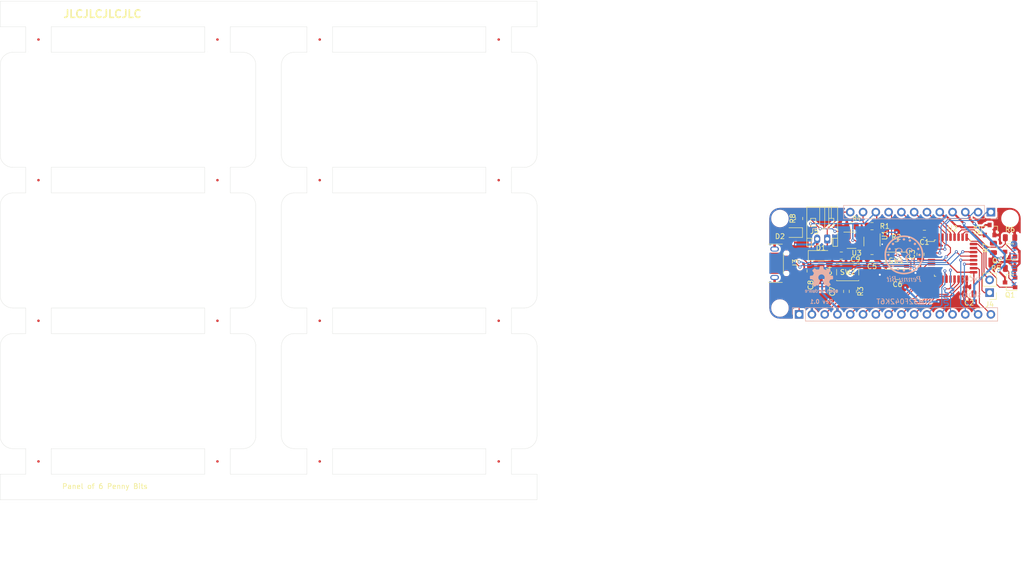
<source format=kicad_pcb>
(kicad_pcb (version 20171130) (host pcbnew "(5.1.4)-1")
  (layers (0 F.Cu signal) (31 B.Cu signal) (34 B.Paste user) (35 F.Paste user) (36 B.SilkS user) (37 F.SilkS user) (38 B.Mask user) (39 F.Mask user) (44 Edge.Cuts user))
  (net 0 "")
  (module libs:USB_Micro_XKB (layer F.Cu) (at 220.726 90.17 270)
    (fp_text reference J3 (at 0 -0.75 90) (layer F.SilkS))
    (fp_text value USB_B_Micro)
    (fp_poly (pts (xy 0.2 2.4) (xy 0.2 4.3) (xy 2.1 4.3) (xy 2.1 2.4)) (layer F.Cu) (width 0.01))
    (fp_poly (pts (xy -2.1 2.4) (xy -2.1 4.3) (xy -0.2 4.3) (xy -0.2 2.4)) (layer F.Cu) (width 0.01))
    (pad 6 thru_hole oval (at 2.82 3.35) (size 1.7 1) (drill oval 1.2 0.6) (layers *.Cu *.Mask))
    (pad 6 thru_hole oval (at -2.82 3.35) (size 1.7 1) (drill oval 1.2 0.6) (layers *.Cu *.Mask))
    (pad 1 smd rect (at -1.3 0.675) (size 1.35 0.4) (layers F.Cu F.Paste F.Mask))
    (pad 2 smd rect (at -0.65 0.675) (size 1.35 0.4) (layers F.Cu F.Paste F.Mask))
    (pad 3 smd rect (at 0 0.675) (size 1.35 0.4) (layers F.Cu F.Paste F.Mask))
    (pad 4 smd rect (at 0.65 0.68) (size 1.35 0.4) (layers F.Cu F.Paste F.Mask))
    (pad 5 smd rect (at 1.3 0.68) (size 1.35 0.4) (layers F.Cu F.Paste F.Mask))
    (pad "" np_thru_hole circle (at 2 1) (size 0.4 0.4) (drill 0.4) (layers *.Cu *.Mask))
    (pad "" np_thru_hole circle (at -2 1) (size 0.4 0.4) (drill 0.4) (layers *.Cu *.Mask))
    (pad 6 smd rect (at -3.35 0.8 270) (size 1.6 1.6) (layers F.Cu F.Paste F.Mask))
    (pad 6 smd rect (at 3.35 0.8 270) (size 1.6 1.6) (layers F.Cu F.Paste F.Mask))
  )
  (module Capacitor_SMD:C_0805_2012Metric (layer F.Cu) (at 256.032 96.266)
    (fp_text reference C2 (at 0 1.778) (layer F.SilkS))
    (fp_text value 100nF)
    (pad 1 smd roundrect (at -0.9375 0) (size 0.975 1.4) (layers F.Cu F.Paste F.Mask))
    (pad 2 smd roundrect (at 0.9375 0) (size 0.975 1.4) (layers F.Cu F.Paste F.Mask))
  )
  (module Capacitor_SMD:C_0805_2012Metric (layer F.Cu) (at 230.632 88.646)
    (fp_text reference C9 (at 2.794 0.762) (layer F.SilkS))
    (fp_text value 4.7uF)
    (pad 1 smd roundrect (at -0.9375 0) (size 0.975 1.4) (layers F.Cu F.Paste F.Mask))
    (pad 2 smd roundrect (at 0.9375 0) (size 0.975 1.4) (layers F.Cu F.Paste F.Mask))
  )
  (module Capacitor_SMD:C_0805_2012Metric (layer F.Cu) (at 226.568 91.694 270)
    (fp_text reference C4 (at 0 -1.65 90) (layer F.SilkS))
    (fp_text value 1uF)
    (pad 1 smd roundrect (at -0.9375 0 270) (size 0.975 1.4) (layers F.Cu F.Paste F.Mask))
    (pad 2 smd roundrect (at 0.9375 0 270) (size 0.975 1.4) (layers F.Cu F.Paste F.Mask))
  )
  (module Resistor_SMD:R_0805_2012Metric (layer F.Cu) (at 232.664 82.804 180)
    (fp_text reference R4 (at -1.016 1.524) (layer F.SilkS) (effects (font (size 0.8 0.8))))
    (fp_text value 2k?)
    (pad 1 smd roundrect (at -0.9375 0 180) (size 0.975 1.4) (layers F.Cu F.Paste F.Mask))
    (pad 2 smd roundrect (at 0.9375 0 180) (size 0.975 1.4) (layers F.Cu F.Paste F.Mask))
  )
  (module Resistor_SMD:R_0805_2012Metric (layer F.Cu) (at 236.728 82.804 180)
    (fp_text reference R1 (at -2.54 0) (layer F.SilkS))
    (fp_text value 10k??)
    (pad 1 smd roundrect (at -0.9375 0 180) (size 0.975 1.4) (layers F.Cu F.Paste F.Mask))
    (pad 2 smd roundrect (at 0.9375 0 180) (size 0.975 1.4) (layers F.Cu F.Paste F.Mask))
  )
  (module Connector_PinHeader_2.54mm:PinHeader_1x12_P2.54mm_Vertical (layer B.Cu) (at 260.35 80.01 90)
    (fp_text reference J1 hide)
    (fp_text value Conn_01x12)
    (pad 1 thru_hole rect (at 0 0 90) (size 1.7 1.7) (drill 1) (layers *.Cu *.Mask))
    (pad 2 thru_hole oval (at 0 -2.54 90) (size 1.7 1.7) (drill 1) (layers *.Cu *.Mask))
    (pad 3 thru_hole oval (at 0 -5.08 90) (size 1.7 1.7) (drill 1) (layers *.Cu *.Mask))
    (pad 4 thru_hole oval (at 0 -7.62 90) (size 1.7 1.7) (drill 1) (layers *.Cu *.Mask))
    (pad 5 thru_hole oval (at 0 -10.16 90) (size 1.7 1.7) (drill 1) (layers *.Cu *.Mask))
    (pad 6 thru_hole oval (at 0 -12.7 90) (size 1.7 1.7) (drill 1) (layers *.Cu *.Mask))
    (pad 7 thru_hole oval (at 0 -15.24 90) (size 1.7 1.7) (drill 1) (layers *.Cu *.Mask))
    (pad 8 thru_hole oval (at 0 -17.78 90) (size 1.7 1.7) (drill 1) (layers *.Cu *.Mask))
    (pad 9 thru_hole oval (at 0 -20.32 90) (size 1.7 1.7) (drill 1) (layers *.Cu *.Mask))
    (pad 10 thru_hole oval (at 0 -22.86 90) (size 1.7 1.7) (drill 1) (layers *.Cu *.Mask))
    (pad 11 thru_hole oval (at 0 -25.4 90) (size 1.7 1.7) (drill 1) (layers *.Cu *.Mask))
    (pad 12 thru_hole oval (at 0 -27.94 90) (size 1.7 1.7) (drill 1) (layers *.Cu *.Mask))
  )
  (module Capacitor_SMD:C_0805_2012Metric (layer F.Cu) (at 246.38 88.392 90)
    (fp_text reference C3 (at 0 -1.65 90) (layer F.SilkS))
    (fp_text value 100nF)
    (pad 1 smd roundrect (at -0.9375 0 90) (size 0.975 1.4) (layers F.Cu F.Paste F.Mask))
    (pad 2 smd roundrect (at 0.9375 0 90) (size 0.975 1.4) (layers F.Cu F.Paste F.Mask))
  )
  (module MountingHole:MountingHole_2.7mm_M2.5 (layer F.Cu) (at 264.16 81.28)
    (fp_text reference H4)
    (fp_text value MountingHole)
    (pad 1 np_thru_hole circle (at 0 0) (size 2.7 2.7) (drill 2.7) (layers *.Cu *.Mask))
  )
  (module Capacitor_SMD:C_0805_2012Metric (layer F.Cu) (at 241.808 92.71 180)
    (fp_text reference C6 (at 0 -1.65) (layer F.SilkS))
    (fp_text value 100nF)
    (pad 1 smd roundrect (at -0.9375 0 180) (size 0.975 1.4) (layers F.Cu F.Paste F.Mask))
    (pad 2 smd roundrect (at 0.9375 0 180) (size 0.975 1.4) (layers F.Cu F.Paste F.Mask))
  )
  (module Capacitor_SMD:C_0805_2012Metric (layer F.Cu) (at 230.378 95.758 270)
    (fp_text reference C7 (at 0 1.524 90) (layer F.SilkS))
    (fp_text value 100nF)
    (pad 1 smd roundrect (at -0.9375 0 270) (size 0.975 1.4) (layers F.Cu F.Paste F.Mask))
    (pad 2 smd roundrect (at 0.9375 0 270) (size 0.975 1.4) (layers F.Cu F.Paste F.Mask))
  )
  (module Button_Switch_SMD:SW_SPST_PTS810 (layer F.Cu) (at 231.902 91.948)
    (fp_text reference SW2 (at 0 0) (layer F.SilkS))
    (fp_text value SW_Push)
    (pad 1 smd rect (at -2.075 -1.075) (size 1.05 0.65) (layers F.Cu F.Paste F.Mask))
    (pad 1 smd rect (at 2.075 -1.075) (size 1.05 0.65) (layers F.Cu F.Paste F.Mask))
    (pad 2 smd rect (at -2.075 1.075) (size 1.05 0.65) (layers F.Cu F.Paste F.Mask))
    (pad 2 smd rect (at 2.075 1.075) (size 1.05 0.65) (layers F.Cu F.Paste F.Mask))
  )
  (module Capacitor_SMD:C_0805_2012Metric (layer F.Cu) (at 224.536 91.694 270)
    (fp_text reference C8 (at 2.794 0 90) (layer F.SilkS))
    (fp_text value 4.7uF)
    (pad 1 smd roundrect (at -0.9375 0 270) (size 0.975 1.4) (layers F.Cu F.Paste F.Mask))
    (pad 2 smd roundrect (at 0.9375 0 270) (size 0.975 1.4) (layers F.Cu F.Paste F.Mask))
  )
  (module MountingHole:MountingHole_2.7mm_M2.5 (layer F.Cu) (at 264.16 99.06)
    (fp_text reference H3)
    (fp_text value MountingHole)
    (pad 1 np_thru_hole circle (at 0 0) (size 2.7 2.7) (drill 2.7) (layers *.Cu *.Mask))
  )
  (module MountingHole:MountingHole_2.7mm_M2.5 (layer F.Cu) (at 218.44 81.28)
    (fp_text reference H1)
    (fp_text value MountingHole)
    (pad 1 np_thru_hole circle (at 0 0) (size 2.7 2.7) (drill 2.7) (layers *.Cu *.Mask))
  )
  (module Connector_PinHeader_2.54mm:PinHeader_1x16_P2.54mm_Vertical (layer B.Cu) (at 222.25 100.33 270)
    (fp_text reference J2 hide)
    (fp_text value Conn_01x16)
    (pad 1 thru_hole rect (at 0 0 270) (size 1.7 1.7) (drill 1) (layers *.Cu *.Mask))
    (pad 2 thru_hole oval (at 0 -2.54 270) (size 1.7 1.7) (drill 1) (layers *.Cu *.Mask))
    (pad 3 thru_hole oval (at 0 -5.08 270) (size 1.7 1.7) (drill 1) (layers *.Cu *.Mask))
    (pad 4 thru_hole oval (at 0 -7.62 270) (size 1.7 1.7) (drill 1) (layers *.Cu *.Mask))
    (pad 5 thru_hole oval (at 0 -10.16 270) (size 1.7 1.7) (drill 1) (layers *.Cu *.Mask))
    (pad 6 thru_hole oval (at 0 -12.7 270) (size 1.7 1.7) (drill 1) (layers *.Cu *.Mask))
    (pad 7 thru_hole oval (at 0 -15.24 270) (size 1.7 1.7) (drill 1) (layers *.Cu *.Mask))
    (pad 8 thru_hole oval (at 0 -17.78 270) (size 1.7 1.7) (drill 1) (layers *.Cu *.Mask))
    (pad 9 thru_hole oval (at 0 -20.32 270) (size 1.7 1.7) (drill 1) (layers *.Cu *.Mask))
    (pad 10 thru_hole oval (at 0 -22.86 270) (size 1.7 1.7) (drill 1) (layers *.Cu *.Mask))
    (pad 11 thru_hole oval (at 0 -25.4 270) (size 1.7 1.7) (drill 1) (layers *.Cu *.Mask))
    (pad 12 thru_hole oval (at 0 -27.94 270) (size 1.7 1.7) (drill 1) (layers *.Cu *.Mask))
    (pad 13 thru_hole oval (at 0 -30.48 270) (size 1.7 1.7) (drill 1) (layers *.Cu *.Mask))
    (pad 14 thru_hole oval (at 0 -33.02 270) (size 1.7 1.7) (drill 1) (layers *.Cu *.Mask))
    (pad 15 thru_hole oval (at 0 -35.56 270) (size 1.7 1.7) (drill 1) (layers *.Cu *.Mask))
    (pad 16 thru_hole oval (at 0 -38.1 270) (size 1.7 1.7) (drill 1) (layers *.Cu *.Mask))
  )
  (module Capacitor_SMD:C_0805_2012Metric (layer F.Cu) (at 247.142 84.328 180)
    (fp_text reference C1 (at 0 -1.65) (layer F.SilkS))
    (fp_text value 100nF)
    (pad 1 smd roundrect (at -0.9375 0 180) (size 0.975 1.4) (layers F.Cu F.Paste F.Mask))
    (pad 2 smd roundrect (at 0.9375 0 180) (size 0.975 1.4) (layers F.Cu F.Paste F.Mask))
  )
  (module Resistor_SMD:R_0805_2012Metric (layer F.Cu) (at 232.918 95.758 90)
    (fp_text reference R3 (at 0 1.524 90) (layer F.SilkS))
    (fp_text value 10k)
    (pad 1 smd roundrect (at -0.9375 0 90) (size 0.975 1.4) (layers F.Cu F.Paste F.Mask))
    (pad 2 smd roundrect (at 0.9375 0 90) (size 0.975 1.4) (layers F.Cu F.Paste F.Mask))
  )
  (module Capacitor_SMD:C_0805_2012Metric (layer F.Cu) (at 236.728 89.154 180)
    (fp_text reference C5 (at 0 -1.65) (layer F.SilkS))
    (fp_text value 1uF)
    (pad 1 smd roundrect (at -0.9375 0 180) (size 0.975 1.4) (layers F.Cu F.Paste F.Mask))
    (pad 2 smd roundrect (at 0.9375 0 180) (size 0.975 1.4) (layers F.Cu F.Paste F.Mask))
  )
  (module Package_TO_SOT_SMD:SOT-23-5 (layer F.Cu) (at 236.728 85.852 270)
    (fp_text reference U1 (at -1.27 -2.54 90) (layer F.SilkS))
    (fp_text value TLV70233_SOT23-5)
    (pad 1 smd rect (at -1.1 -0.95 270) (size 1.06 0.65) (layers F.Cu F.Paste F.Mask))
    (pad 2 smd rect (at -1.1 0 270) (size 1.06 0.65) (layers F.Cu F.Paste F.Mask))
    (pad 3 smd rect (at -1.1 0.95 270) (size 1.06 0.65) (layers F.Cu F.Paste F.Mask))
    (pad 4 smd rect (at 1.1 0.95 270) (size 1.06 0.65) (layers F.Cu F.Paste F.Mask))
    (pad 5 smd rect (at 1.1 -0.95 270) (size 1.06 0.65) (layers F.Cu F.Paste F.Mask))
  )
  (module MountingHole:MountingHole_2.7mm_M2.5 (layer F.Cu) (at 218.44 99.06)
    (fp_text reference H2)
    (fp_text value MountingHole)
    (pad 1 np_thru_hole circle (at 0 0) (size 2.7 2.7) (drill 2.7) (layers *.Cu *.Mask))
  )
  (module Resistor_SMD:R_0805_2012Metric (layer F.Cu) (at 241.554 86.614)
    (fp_text reference R2 (at 0 -1.65) (layer F.SilkS))
    (fp_text value 10k)
    (pad 1 smd roundrect (at -0.9375 0) (size 0.975 1.4) (layers F.Cu F.Paste F.Mask))
    (pad 2 smd roundrect (at 0.9375 0) (size 0.975 1.4) (layers F.Cu F.Paste F.Mask))
  )
  (module Button_Switch_SMD:SW_SPST_PTS810 (layer F.Cu) (at 241.554 89.662 180)
    (fp_text reference SW1 (at 0 0) (layer F.SilkS))
    (fp_text value SW_Push)
    (pad 1 smd rect (at -2.075 -1.075 180) (size 1.05 0.65) (layers F.Cu F.Paste F.Mask))
    (pad 1 smd rect (at 2.075 -1.075 180) (size 1.05 0.65) (layers F.Cu F.Paste F.Mask))
    (pad 2 smd rect (at -2.075 1.075 180) (size 1.05 0.65) (layers F.Cu F.Paste F.Mask))
    (pad 2 smd rect (at 2.075 1.075 180) (size 1.05 0.65) (layers F.Cu F.Paste F.Mask))
  )
  (module Package_TO_SOT_SMD:SOT-23-5 (layer F.Cu) (at 232.664 85.598)
    (fp_text reference U3 (at 1.016 2.54) (layer F.SilkS))
    (fp_text value MCP73831-2-OT)
    (pad 1 smd rect (at -1.1 -0.95) (size 1.06 0.65) (layers F.Cu F.Paste F.Mask))
    (pad 2 smd rect (at -1.1 0) (size 1.06 0.65) (layers F.Cu F.Paste F.Mask))
    (pad 3 smd rect (at -1.1 0.95) (size 1.06 0.65) (layers F.Cu F.Paste F.Mask))
    (pad 4 smd rect (at 1.1 0.95) (size 1.06 0.65) (layers F.Cu F.Paste F.Mask))
    (pad 5 smd rect (at 1.1 -0.95) (size 1.06 0.65) (layers F.Cu F.Paste F.Mask))
  )
  (module Package_TO_SOT_SMD:SOT-23 (layer F.Cu) (at 264.16 87.884 180)
    (fp_text reference Q2 (at 2.54 -1.778) (layer F.SilkS))
    (fp_text value BS170F)
    (pad 1 smd rect (at -1 -0.95 180) (size 0.9 0.8) (layers F.Cu F.Paste F.Mask))
    (pad 2 smd rect (at -1 0.95 180) (size 0.9 0.8) (layers F.Cu F.Paste F.Mask))
    (pad 3 smd rect (at 1 0 180) (size 0.9 0.8) (layers F.Cu F.Paste F.Mask))
  )
  (module Connector_JST:JST_PH_S2B-PH-K_1x02_P2.00mm_Horizontal (layer F.Cu) (at 227.838 85.344 180)
    (fp_text reference J5 (at 2.54 1.524) (layer F.SilkS))
    (fp_text value Conn_01x02)
    (pad 1 thru_hole roundrect (at 0 0 180) (size 1.2 1.75) (drill 0.75) (layers *.Cu *.Mask) (roundrect_rratio 0.208333))
    (pad 2 thru_hole oval (at 2 0 180) (size 1.2 1.75) (drill 0.75) (layers *.Cu *.Mask))
  )
  (module Package_TO_SOT_SMD:SOT-23 (layer F.Cu) (at 260.096 83.566 90)
    (fp_text reference Q3 (at 0 -2.5 90) (layer F.SilkS))
    (fp_text value BS170F)
    (pad 1 smd rect (at -1 -0.95 90) (size 0.9 0.8) (layers F.Cu F.Paste F.Mask))
    (pad 2 smd rect (at -1 0.95 90) (size 0.9 0.8) (layers F.Cu F.Paste F.Mask))
    (pad 3 smd rect (at 1 0 90) (size 0.9 0.8) (layers F.Cu F.Paste F.Mask))
  )
  (module Symbol:OSHW-Logo2_7.3x6mm_SilkScreen (layer B.Cu) (at 226.695 93.472 180)
    (fp_text reference REF** hide)
    (fp_text value OSHW-Logo2_7.3x6mm_SilkScreen hide)
  )
  (module libs:coin_sym (layer B.Cu) (at 243.078 89.408 180)
    (fp_text reference G*** hide)
    (fp_text value LOGO hide)
  )
  (module Connector_PinHeader_2.54mm:PinHeader_1x02_P2.54mm_Vertical (layer F.Cu) (at 260.096 96.012 180)
    (fp_text reference J4 (at 0 -2.33) (layer F.SilkS))
    (fp_text value Conn_01x02)
    (pad 1 thru_hole rect (at 0 0 180) (size 1.7 1.7) (drill 1) (layers *.Cu *.Mask))
    (pad 2 thru_hole oval (at 0 2.54 180) (size 1.7 1.7) (drill 1) (layers *.Cu *.Mask))
  )
  (module Resistor_SMD:R_0805_2012Metric (layer F.Cu) (at 264.16 91.186)
    (fp_text reference R5 (at -2.794 0) (layer F.SilkS))
    (fp_text value 10k)
    (pad 1 smd roundrect (at -0.9375 0) (size 0.975 1.4) (layers F.Cu F.Paste F.Mask))
    (pad 2 smd roundrect (at 0.9375 0) (size 0.975 1.4) (layers F.Cu F.Paste F.Mask))
  )
  (module Resistor_SMD:R_0805_2012Metric (layer F.Cu) (at 264.16 85.09)
    (fp_text reference R6 (at 0 -1.65) (layer F.SilkS))
    (fp_text value 10k)
    (pad 1 smd roundrect (at -0.9375 0) (size 0.975 1.4) (layers F.Cu F.Paste F.Mask))
    (pad 2 smd roundrect (at 0.9375 0) (size 0.975 1.4) (layers F.Cu F.Paste F.Mask))
  )
  (module Package_TO_SOT_SMD:SOT-23 (layer F.Cu) (at 264.16 93.98 180)
    (fp_text reference Q1 (at 0 -2.5) (layer F.SilkS))
    (fp_text value BS170F)
    (pad 1 smd rect (at -1 -0.95 180) (size 0.9 0.8) (layers F.Cu F.Paste F.Mask))
    (pad 2 smd rect (at -1 0.95 180) (size 0.9 0.8) (layers F.Cu F.Paste F.Mask))
    (pad 3 smd rect (at 1 0 180) (size 0.9 0.8) (layers F.Cu F.Paste F.Mask))
  )
  (module LED_SMD:LED_0805_2012Metric (layer F.Cu) (at 221.234 84.074 180)
    (fp_text reference D2 (at 2.794 -0.762) (layer F.SilkS))
    (fp_text value LED)
    (pad 1 smd roundrect (at -0.9375 0 180) (size 0.975 1.4) (layers F.Cu F.Paste F.Mask))
    (pad 2 smd roundrect (at 0.9375 0 180) (size 0.975 1.4) (layers F.Cu F.Paste F.Mask))
  )
  (module Resistor_SMD:R_0805_2012Metric (layer F.Cu) (at 260.858 87.122 270)
    (fp_text reference R7 (at 0 1.524 90) (layer F.SilkS))
    (fp_text value 10k)
    (pad 1 smd roundrect (at -0.9375 0 270) (size 0.975 1.4) (layers F.Cu F.Paste F.Mask))
    (pad 2 smd roundrect (at 0.9375 0 270) (size 0.975 1.4) (layers F.Cu F.Paste F.Mask))
  )
  (module Resistor_SMD:R_0805_2012Metric (layer F.Cu) (at 222.25 81.28 270)
    (fp_text reference R8 (at 0 1.27 90) (layer F.SilkS))
    (fp_text value 470)
    (pad 1 smd roundrect (at -0.9375 0 270) (size 0.975 1.4) (layers F.Cu F.Paste F.Mask))
    (pad 2 smd roundrect (at 0.9375 0 270) (size 0.975 1.4) (layers F.Cu F.Paste F.Mask))
  )
  (module Package_QFP:LQFP-32_7x7mm_P0.8mm (layer F.Cu) (at 252.73 89.154)
    (fp_text reference U2 (at 0 -5.88) (layer F.SilkS))
    (fp_text value STM32F042K6Tx)
    (pad 1 smd roundrect (at -4.175 -2.8) (size 1.5 0.5) (layers F.Cu F.Paste F.Mask))
    (pad 2 smd roundrect (at -4.175 -2) (size 1.5 0.5) (layers F.Cu F.Paste F.Mask))
    (pad 3 smd roundrect (at -4.175 -1.2) (size 1.5 0.5) (layers F.Cu F.Paste F.Mask))
    (pad 4 smd roundrect (at -4.175 -0.4) (size 1.5 0.5) (layers F.Cu F.Paste F.Mask))
    (pad 5 smd roundrect (at -4.175 0.4) (size 1.5 0.5) (layers F.Cu F.Paste F.Mask))
    (pad 6 smd roundrect (at -4.175 1.2) (size 1.5 0.5) (layers F.Cu F.Paste F.Mask))
    (pad 7 smd roundrect (at -4.175 2) (size 1.5 0.5) (layers F.Cu F.Paste F.Mask))
    (pad 8 smd roundrect (at -4.175 2.8) (size 1.5 0.5) (layers F.Cu F.Paste F.Mask))
    (pad 9 smd roundrect (at -2.8 4.175) (size 0.5 1.5) (layers F.Cu F.Paste F.Mask))
    (pad 10 smd roundrect (at -2 4.175) (size 0.5 1.5) (layers F.Cu F.Paste F.Mask))
    (pad 11 smd roundrect (at -1.2 4.175) (size 0.5 1.5) (layers F.Cu F.Paste F.Mask))
    (pad 12 smd roundrect (at -0.4 4.175) (size 0.5 1.5) (layers F.Cu F.Paste F.Mask))
    (pad 13 smd roundrect (at 0.4 4.175) (size 0.5 1.5) (layers F.Cu F.Paste F.Mask))
    (pad 14 smd roundrect (at 1.2 4.175) (size 0.5 1.5) (layers F.Cu F.Paste F.Mask))
    (pad 15 smd roundrect (at 2 4.175) (size 0.5 1.5) (layers F.Cu F.Paste F.Mask))
    (pad 16 smd roundrect (at 2.8 4.175) (size 0.5 1.5) (layers F.Cu F.Paste F.Mask))
    (pad 17 smd roundrect (at 4.175 2.8) (size 1.5 0.5) (layers F.Cu F.Paste F.Mask))
    (pad 18 smd roundrect (at 4.175 2) (size 1.5 0.5) (layers F.Cu F.Paste F.Mask))
    (pad 19 smd roundrect (at 4.175 1.2) (size 1.5 0.5) (layers F.Cu F.Paste F.Mask))
    (pad 20 smd roundrect (at 4.175 0.4) (size 1.5 0.5) (layers F.Cu F.Paste F.Mask))
    (pad 21 smd roundrect (at 4.175 -0.4) (size 1.5 0.5) (layers F.Cu F.Paste F.Mask))
    (pad 22 smd roundrect (at 4.175 -1.2) (size 1.5 0.5) (layers F.Cu F.Paste F.Mask))
    (pad 23 smd roundrect (at 4.175 -2) (size 1.5 0.5) (layers F.Cu F.Paste F.Mask))
    (pad 24 smd roundrect (at 4.175 -2.8) (size 1.5 0.5) (layers F.Cu F.Paste F.Mask))
    (pad 25 smd roundrect (at 2.8 -4.175) (size 0.5 1.5) (layers F.Cu F.Paste F.Mask))
    (pad 26 smd roundrect (at 2 -4.175) (size 0.5 1.5) (layers F.Cu F.Paste F.Mask))
    (pad 27 smd roundrect (at 1.2 -4.175) (size 0.5 1.5) (layers F.Cu F.Paste F.Mask))
    (pad 28 smd roundrect (at 0.4 -4.175) (size 0.5 1.5) (layers F.Cu F.Paste F.Mask))
    (pad 29 smd roundrect (at -0.4 -4.175) (size 0.5 1.5) (layers F.Cu F.Paste F.Mask))
    (pad 30 smd roundrect (at -1.2 -4.175) (size 0.5 1.5) (layers F.Cu F.Paste F.Mask))
    (pad 31 smd roundrect (at -2 -4.175) (size 0.5 1.5) (layers F.Cu F.Paste F.Mask))
    (pad 32 smd roundrect (at -2.8 -4.175) (size 0.5 1.5) (layers F.Cu F.Paste F.Mask))
  )
  (module Diode_SMD:D_SOD-123 (layer F.Cu) (at 226.314 88.646)
    (fp_text reference D1 (at 0.254 -1.524) (layer F.SilkS))
    (fp_text value "Schottky <250mV")
    (pad 1 smd rect (at -1.65 0) (size 0.9 1.2) (layers F.Cu F.Paste F.Mask))
    (pad 2 smd rect (at 1.65 0) (size 0.9 1.2) (layers F.Cu F.Paste F.Mask))
  )
  (module Fiducial:Fiducial_0.5mm_Mask1mm (layer F.Cu) (at 71.12 129.54)
    (fp_text reference REF** hide)
    (fp_text value Fiducial_0.5mm_Mask1mm)
    (pad "" smd circle (at 0 0) (size 0.5 0.5) (layers F.Cu F.Mask) (clearance 0.25))
  )
  (module Fiducial:Fiducial_0.5mm_Mask1mm (layer F.Cu) (at 162.56 129.54)
    (fp_text reference REF** hide)
    (fp_text value Fiducial_0.5mm_Mask1mm)
    (pad "" smd circle (at 0 0) (size 0.5 0.5) (layers F.Cu F.Mask) (clearance 0.25))
  )
  (module Fiducial:Fiducial_0.5mm_Mask1mm (layer F.Cu) (at 162.56 45.72)
    (fp_text reference REF** hide)
    (fp_text value Fiducial_0.5mm_Mask1mm)
    (pad "" smd circle (at 0 0) (size 0.5 0.5) (layers F.Cu F.Mask) (clearance 0.25))
  )
  (module Fiducial:Fiducial_0.5mm_Mask1mm (layer F.Cu) (at 71.12 45.72)
    (fp_text reference REF** hide)
    (fp_text value Fiducial_0.5mm_Mask1mm)
    (pad "" smd circle (at 0 0) (size 0.5 0.5) (layers F.Cu F.Mask) (clearance 0.25))
  )
  (module Fiducial:Fiducial_0.5mm_Mask1mm (layer F.Cu) (at 71.12 73.66)
    (fp_text reference REF** hide)
    (fp_text value Fiducial_0.5mm_Mask1mm)
    (pad "" smd circle (at 0 0) (size 0.5 0.5) (layers F.Cu F.Mask) (clearance 0.25))
  )
  (module Fiducial:Fiducial_0.5mm_Mask1mm (layer F.Cu) (at 106.68 73.66)
    (fp_text reference REF** hide)
    (fp_text value Fiducial_0.5mm_Mask1mm)
    (pad "" smd circle (at 0 0) (size 0.5 0.5) (layers F.Cu F.Mask) (clearance 0.25))
  )
  (module Fiducial:Fiducial_0.5mm_Mask1mm (layer F.Cu) (at 127 73.66)
    (fp_text reference REF** hide)
    (fp_text value Fiducial_0.5mm_Mask1mm)
    (pad "" smd circle (at 0 0) (size 0.5 0.5) (layers F.Cu F.Mask) (clearance 0.25))
  )
  (module Fiducial:Fiducial_0.5mm_Mask1mm (layer F.Cu) (at 162.56 73.66)
    (fp_text reference REF** hide)
    (fp_text value Fiducial_0.5mm_Mask1mm)
    (pad "" smd circle (at 0 0) (size 0.5 0.5) (layers F.Cu F.Mask) (clearance 0.25))
  )
  (module Fiducial:Fiducial_0.5mm_Mask1mm (layer F.Cu) (at 162.56 101.6)
    (fp_text reference REF** hide)
    (fp_text value Fiducial_0.5mm_Mask1mm)
    (pad "" smd circle (at 0 0) (size 0.5 0.5) (layers F.Cu F.Mask) (clearance 0.25))
  )
  (module Fiducial:Fiducial_0.5mm_Mask1mm (layer F.Cu) (at 127 101.6)
    (fp_text reference REF** hide)
    (fp_text value Fiducial_0.5mm_Mask1mm)
    (pad "" smd circle (at 0 0) (size 0.5 0.5) (layers F.Cu F.Mask) (clearance 0.25))
  )
  (module Fiducial:Fiducial_0.5mm_Mask1mm (layer F.Cu) (at 71.12 101.6)
    (fp_text reference REF** hide)
    (fp_text value Fiducial_0.5mm_Mask1mm)
    (pad "" smd circle (at 0 0) (size 0.5 0.5) (layers F.Cu F.Mask) (clearance 0.25))
  )
  (module Fiducial:Fiducial_0.5mm_Mask1mm (layer F.Cu) (at 106.68 101.6)
    (fp_text reference REF** hide)
    (fp_text value Fiducial_0.5mm_Mask1mm)
    (pad "" smd circle (at 0 0) (size 0.5 0.5) (layers F.Cu F.Mask) (clearance 0.25))
  )
  (module Fiducial:Fiducial_0.5mm_Mask1mm (layer F.Cu) (at 127 45.72)
    (fp_text reference REF** hide)
    (fp_text value Fiducial_0.5mm_Mask1mm)
    (pad "" smd circle (at 0 0) (size 0.5 0.5) (layers F.Cu F.Mask) (clearance 0.25))
  )
  (module Fiducial:Fiducial_0.5mm_Mask1mm (layer F.Cu) (at 106.68 45.72)
    (fp_text reference REF** hide)
    (fp_text value Fiducial_0.5mm_Mask1mm)
    (pad "" smd circle (at 0 0) (size 0.5 0.5) (layers F.Cu F.Mask) (clearance 0.25))
  )
  (module Fiducial:Fiducial_0.5mm_Mask1mm (layer F.Cu) (at 106.68 129.54)
    (fp_text reference REF** hide)
    (fp_text value Fiducial_0.5mm_Mask1mm)
    (pad "" smd circle (at 0 0) (size 0.5 0.5) (layers F.Cu F.Mask) (clearance 0.25))
  )
  (module Fiducial:Fiducial_0.5mm_Mask1mm (layer F.Cu) (at 127 129.54)
    (fp_text reference REF** hide)
    (fp_text value Fiducial_0.5mm_Mask1mm)
    (pad "" smd circle (at 0 0) (size 0.5 0.5) (layers F.Cu F.Mask) (clearance 0.25))
  )
  (module MountingHole:MountingHole_2.5mm (layer F.Cu) (at 71.12 134.62)
    (fp_text reference REF** hide)
    (fp_text value MountingHole_2.5mm)
    (pad 1 np_thru_hole circle (at 0 0) (size 2.5 2.5) (drill 2.5) (layers *.Cu *.Mask))
  )
  (module MountingHole:MountingHole_2.5mm (layer F.Cu) (at 162.56 134.62)
    (fp_text reference REF** hide)
    (fp_text value MountingHole_2.5mm)
    (pad 1 np_thru_hole circle (at 0 0) (size 2.5 2.5) (drill 2.5) (layers *.Cu *.Mask))
  )
  (module MountingHole:MountingHole_2.5mm (layer F.Cu) (at 162.56 40.64)
    (fp_text reference REF** hide)
    (fp_text value MountingHole_2.5mm)
    (pad 1 np_thru_hole circle (at 0 0) (size 2.5 2.5) (drill 2.5) (layers *.Cu *.Mask))
  )
  (module MountingHole:MountingHole_2.5mm (layer F.Cu) (at 71.12 40.64)
    (fp_text reference REF** hide)
    (fp_text value MountingHole_2.5mm)
    (pad 1 np_thru_hole circle (at 0 0) (size 2.5 2.5) (drill 2.5) (layers *.Cu *.Mask))
  )
  (module libs:MouseBites (layer F.Cu) (at 71.12 127.381)
    (fp_text reference REF**)
    (fp_text value MouseBites)
    (pad "" np_thru_hole circle (at -2 0) (size 0.6 0.6) (drill 0.6) (layers *.Cu *.Mask))
    (pad "" np_thru_hole circle (at -1 0) (size 0.6 0.6) (drill 0.6) (layers *.Cu *.Mask))
    (pad "" np_thru_hole circle (at 2 0) (size 0.6 0.6) (drill 0.6) (layers *.Cu *.Mask))
    (pad "" np_thru_hole circle (at 1 0) (size 0.6 0.6) (drill 0.6) (layers *.Cu *.Mask))
    (pad "" np_thru_hole circle (at 0 0) (size 0.6 0.6) (drill 0.6) (layers *.Cu *.Mask))
  )
  (module libs:MouseBites (layer F.Cu) (at 106.68 127.381)
    (fp_text reference REF**)
    (fp_text value MouseBites)
    (pad "" np_thru_hole circle (at -2 0) (size 0.6 0.6) (drill 0.6) (layers *.Cu *.Mask))
    (pad "" np_thru_hole circle (at -1 0) (size 0.6 0.6) (drill 0.6) (layers *.Cu *.Mask))
    (pad "" np_thru_hole circle (at 2 0) (size 0.6 0.6) (drill 0.6) (layers *.Cu *.Mask))
    (pad "" np_thru_hole circle (at 1 0) (size 0.6 0.6) (drill 0.6) (layers *.Cu *.Mask))
    (pad "" np_thru_hole circle (at 0 0) (size 0.6 0.6) (drill 0.6) (layers *.Cu *.Mask))
  )
  (module libs:MouseBites (layer F.Cu) (at 127 127.381)
    (fp_text reference REF**)
    (fp_text value MouseBites)
    (pad "" np_thru_hole circle (at -2 0) (size 0.6 0.6) (drill 0.6) (layers *.Cu *.Mask))
    (pad "" np_thru_hole circle (at -1 0) (size 0.6 0.6) (drill 0.6) (layers *.Cu *.Mask))
    (pad "" np_thru_hole circle (at 2 0) (size 0.6 0.6) (drill 0.6) (layers *.Cu *.Mask))
    (pad "" np_thru_hole circle (at 1 0) (size 0.6 0.6) (drill 0.6) (layers *.Cu *.Mask))
    (pad "" np_thru_hole circle (at 0 0) (size 0.6 0.6) (drill 0.6) (layers *.Cu *.Mask))
  )
  (module libs:MouseBites (layer F.Cu) (at 162.56 127.381)
    (fp_text reference REF**)
    (fp_text value MouseBites)
    (pad "" np_thru_hole circle (at -2 0) (size 0.6 0.6) (drill 0.6) (layers *.Cu *.Mask))
    (pad "" np_thru_hole circle (at -1 0) (size 0.6 0.6) (drill 0.6) (layers *.Cu *.Mask))
    (pad "" np_thru_hole circle (at 2 0) (size 0.6 0.6) (drill 0.6) (layers *.Cu *.Mask))
    (pad "" np_thru_hole circle (at 1 0) (size 0.6 0.6) (drill 0.6) (layers *.Cu *.Mask))
    (pad "" np_thru_hole circle (at 0 0) (size 0.6 0.6) (drill 0.6) (layers *.Cu *.Mask))
  )
  (module libs:MouseBites (layer F.Cu) (at 162.56 103.759)
    (fp_text reference REF**)
    (fp_text value MouseBites)
    (pad "" np_thru_hole circle (at -2 0) (size 0.6 0.6) (drill 0.6) (layers *.Cu *.Mask))
    (pad "" np_thru_hole circle (at -1 0) (size 0.6 0.6) (drill 0.6) (layers *.Cu *.Mask))
    (pad "" np_thru_hole circle (at 2 0) (size 0.6 0.6) (drill 0.6) (layers *.Cu *.Mask))
    (pad "" np_thru_hole circle (at 1 0) (size 0.6 0.6) (drill 0.6) (layers *.Cu *.Mask))
    (pad "" np_thru_hole circle (at 0 0) (size 0.6 0.6) (drill 0.6) (layers *.Cu *.Mask))
  )
  (module libs:MouseBites (layer F.Cu) (at 162.56 99.441)
    (fp_text reference REF**)
    (fp_text value MouseBites)
    (pad "" np_thru_hole circle (at -2 0) (size 0.6 0.6) (drill 0.6) (layers *.Cu *.Mask))
    (pad "" np_thru_hole circle (at -1 0) (size 0.6 0.6) (drill 0.6) (layers *.Cu *.Mask))
    (pad "" np_thru_hole circle (at 2 0) (size 0.6 0.6) (drill 0.6) (layers *.Cu *.Mask))
    (pad "" np_thru_hole circle (at 1 0) (size 0.6 0.6) (drill 0.6) (layers *.Cu *.Mask))
    (pad "" np_thru_hole circle (at 0 0) (size 0.6 0.6) (drill 0.6) (layers *.Cu *.Mask))
  )
  (module libs:MouseBites (layer F.Cu) (at 127 103.759)
    (fp_text reference REF**)
    (fp_text value MouseBites)
    (pad "" np_thru_hole circle (at -2 0) (size 0.6 0.6) (drill 0.6) (layers *.Cu *.Mask))
    (pad "" np_thru_hole circle (at -1 0) (size 0.6 0.6) (drill 0.6) (layers *.Cu *.Mask))
    (pad "" np_thru_hole circle (at 2 0) (size 0.6 0.6) (drill 0.6) (layers *.Cu *.Mask))
    (pad "" np_thru_hole circle (at 1 0) (size 0.6 0.6) (drill 0.6) (layers *.Cu *.Mask))
    (pad "" np_thru_hole circle (at 0 0) (size 0.6 0.6) (drill 0.6) (layers *.Cu *.Mask))
  )
  (module libs:MouseBites (layer F.Cu) (at 127 99.441)
    (fp_text reference REF**)
    (fp_text value MouseBites)
    (pad "" np_thru_hole circle (at -2 0) (size 0.6 0.6) (drill 0.6) (layers *.Cu *.Mask))
    (pad "" np_thru_hole circle (at -1 0) (size 0.6 0.6) (drill 0.6) (layers *.Cu *.Mask))
    (pad "" np_thru_hole circle (at 2 0) (size 0.6 0.6) (drill 0.6) (layers *.Cu *.Mask))
    (pad "" np_thru_hole circle (at 1 0) (size 0.6 0.6) (drill 0.6) (layers *.Cu *.Mask))
    (pad "" np_thru_hole circle (at 0 0) (size 0.6 0.6) (drill 0.6) (layers *.Cu *.Mask))
  )
  (module libs:MouseBites (layer F.Cu) (at 106.68 103.759)
    (fp_text reference REF**)
    (fp_text value MouseBites)
    (pad "" np_thru_hole circle (at -2 0) (size 0.6 0.6) (drill 0.6) (layers *.Cu *.Mask))
    (pad "" np_thru_hole circle (at -1 0) (size 0.6 0.6) (drill 0.6) (layers *.Cu *.Mask))
    (pad "" np_thru_hole circle (at 2 0) (size 0.6 0.6) (drill 0.6) (layers *.Cu *.Mask))
    (pad "" np_thru_hole circle (at 1 0) (size 0.6 0.6) (drill 0.6) (layers *.Cu *.Mask))
    (pad "" np_thru_hole circle (at 0 0) (size 0.6 0.6) (drill 0.6) (layers *.Cu *.Mask))
  )
  (module libs:MouseBites (layer F.Cu) (at 106.68 99.441)
    (fp_text reference REF**)
    (fp_text value MouseBites)
    (pad "" np_thru_hole circle (at -2 0) (size 0.6 0.6) (drill 0.6) (layers *.Cu *.Mask))
    (pad "" np_thru_hole circle (at -1 0) (size 0.6 0.6) (drill 0.6) (layers *.Cu *.Mask))
    (pad "" np_thru_hole circle (at 2 0) (size 0.6 0.6) (drill 0.6) (layers *.Cu *.Mask))
    (pad "" np_thru_hole circle (at 1 0) (size 0.6 0.6) (drill 0.6) (layers *.Cu *.Mask))
    (pad "" np_thru_hole circle (at 0 0) (size 0.6 0.6) (drill 0.6) (layers *.Cu *.Mask))
  )
  (module libs:MouseBites (layer F.Cu) (at 71.12 103.759)
    (fp_text reference REF**)
    (fp_text value MouseBites)
    (pad "" np_thru_hole circle (at -2 0) (size 0.6 0.6) (drill 0.6) (layers *.Cu *.Mask))
    (pad "" np_thru_hole circle (at -1 0) (size 0.6 0.6) (drill 0.6) (layers *.Cu *.Mask))
    (pad "" np_thru_hole circle (at 2 0) (size 0.6 0.6) (drill 0.6) (layers *.Cu *.Mask))
    (pad "" np_thru_hole circle (at 1 0) (size 0.6 0.6) (drill 0.6) (layers *.Cu *.Mask))
    (pad "" np_thru_hole circle (at 0 0) (size 0.6 0.6) (drill 0.6) (layers *.Cu *.Mask))
  )
  (module libs:MouseBites (layer F.Cu) (at 71.12 99.441)
    (fp_text reference REF**)
    (fp_text value MouseBites)
    (pad "" np_thru_hole circle (at -2 0) (size 0.6 0.6) (drill 0.6) (layers *.Cu *.Mask))
    (pad "" np_thru_hole circle (at -1 0) (size 0.6 0.6) (drill 0.6) (layers *.Cu *.Mask))
    (pad "" np_thru_hole circle (at 2 0) (size 0.6 0.6) (drill 0.6) (layers *.Cu *.Mask))
    (pad "" np_thru_hole circle (at 1 0) (size 0.6 0.6) (drill 0.6) (layers *.Cu *.Mask))
    (pad "" np_thru_hole circle (at 0 0) (size 0.6 0.6) (drill 0.6) (layers *.Cu *.Mask))
  )
  (module libs:MouseBites (layer F.Cu) (at 71.12 75.819)
    (fp_text reference REF**)
    (fp_text value MouseBites)
    (pad "" np_thru_hole circle (at -2 0) (size 0.6 0.6) (drill 0.6) (layers *.Cu *.Mask))
    (pad "" np_thru_hole circle (at -1 0) (size 0.6 0.6) (drill 0.6) (layers *.Cu *.Mask))
    (pad "" np_thru_hole circle (at 2 0) (size 0.6 0.6) (drill 0.6) (layers *.Cu *.Mask))
    (pad "" np_thru_hole circle (at 1 0) (size 0.6 0.6) (drill 0.6) (layers *.Cu *.Mask))
    (pad "" np_thru_hole circle (at 0 0) (size 0.6 0.6) (drill 0.6) (layers *.Cu *.Mask))
  )
  (module libs:MouseBites (layer F.Cu) (at 71.12 71.501)
    (fp_text reference REF**)
    (fp_text value MouseBites)
    (pad "" np_thru_hole circle (at -2 0) (size 0.6 0.6) (drill 0.6) (layers *.Cu *.Mask))
    (pad "" np_thru_hole circle (at -1 0) (size 0.6 0.6) (drill 0.6) (layers *.Cu *.Mask))
    (pad "" np_thru_hole circle (at 2 0) (size 0.6 0.6) (drill 0.6) (layers *.Cu *.Mask))
    (pad "" np_thru_hole circle (at 1 0) (size 0.6 0.6) (drill 0.6) (layers *.Cu *.Mask))
    (pad "" np_thru_hole circle (at 0 0) (size 0.6 0.6) (drill 0.6) (layers *.Cu *.Mask))
  )
  (module libs:MouseBites (layer F.Cu) (at 106.68 71.501)
    (fp_text reference REF**)
    (fp_text value MouseBites)
    (pad "" np_thru_hole circle (at -2 0) (size 0.6 0.6) (drill 0.6) (layers *.Cu *.Mask))
    (pad "" np_thru_hole circle (at -1 0) (size 0.6 0.6) (drill 0.6) (layers *.Cu *.Mask))
    (pad "" np_thru_hole circle (at 2 0) (size 0.6 0.6) (drill 0.6) (layers *.Cu *.Mask))
    (pad "" np_thru_hole circle (at 1 0) (size 0.6 0.6) (drill 0.6) (layers *.Cu *.Mask))
    (pad "" np_thru_hole circle (at 0 0) (size 0.6 0.6) (drill 0.6) (layers *.Cu *.Mask))
  )
  (module libs:MouseBites (layer F.Cu) (at 106.68 75.819)
    (fp_text reference REF**)
    (fp_text value MouseBites)
    (pad "" np_thru_hole circle (at -2 0) (size 0.6 0.6) (drill 0.6) (layers *.Cu *.Mask))
    (pad "" np_thru_hole circle (at -1 0) (size 0.6 0.6) (drill 0.6) (layers *.Cu *.Mask))
    (pad "" np_thru_hole circle (at 2 0) (size 0.6 0.6) (drill 0.6) (layers *.Cu *.Mask))
    (pad "" np_thru_hole circle (at 1 0) (size 0.6 0.6) (drill 0.6) (layers *.Cu *.Mask))
    (pad "" np_thru_hole circle (at 0 0) (size 0.6 0.6) (drill 0.6) (layers *.Cu *.Mask))
  )
  (module libs:MouseBites (layer F.Cu) (at 127 75.819)
    (fp_text reference REF**)
    (fp_text value MouseBites)
    (pad "" np_thru_hole circle (at -2 0) (size 0.6 0.6) (drill 0.6) (layers *.Cu *.Mask))
    (pad "" np_thru_hole circle (at -1 0) (size 0.6 0.6) (drill 0.6) (layers *.Cu *.Mask))
    (pad "" np_thru_hole circle (at 2 0) (size 0.6 0.6) (drill 0.6) (layers *.Cu *.Mask))
    (pad "" np_thru_hole circle (at 1 0) (size 0.6 0.6) (drill 0.6) (layers *.Cu *.Mask))
    (pad "" np_thru_hole circle (at 0 0) (size 0.6 0.6) (drill 0.6) (layers *.Cu *.Mask))
  )
  (module libs:MouseBites (layer F.Cu) (at 127 71.501)
    (fp_text reference REF**)
    (fp_text value MouseBites)
    (pad "" np_thru_hole circle (at -2 0) (size 0.6 0.6) (drill 0.6) (layers *.Cu *.Mask))
    (pad "" np_thru_hole circle (at -1 0) (size 0.6 0.6) (drill 0.6) (layers *.Cu *.Mask))
    (pad "" np_thru_hole circle (at 2 0) (size 0.6 0.6) (drill 0.6) (layers *.Cu *.Mask))
    (pad "" np_thru_hole circle (at 1 0) (size 0.6 0.6) (drill 0.6) (layers *.Cu *.Mask))
    (pad "" np_thru_hole circle (at 0 0) (size 0.6 0.6) (drill 0.6) (layers *.Cu *.Mask))
  )
  (module libs:MouseBites (layer F.Cu) (at 162.56 75.819)
    (fp_text reference REF**)
    (fp_text value MouseBites)
    (pad "" np_thru_hole circle (at -2 0) (size 0.6 0.6) (drill 0.6) (layers *.Cu *.Mask))
    (pad "" np_thru_hole circle (at -1 0) (size 0.6 0.6) (drill 0.6) (layers *.Cu *.Mask))
    (pad "" np_thru_hole circle (at 2 0) (size 0.6 0.6) (drill 0.6) (layers *.Cu *.Mask))
    (pad "" np_thru_hole circle (at 1 0) (size 0.6 0.6) (drill 0.6) (layers *.Cu *.Mask))
    (pad "" np_thru_hole circle (at 0 0) (size 0.6 0.6) (drill 0.6) (layers *.Cu *.Mask))
  )
  (module libs:MouseBites (layer F.Cu) (at 162.56 71.501)
    (fp_text reference REF**)
    (fp_text value MouseBites)
    (pad "" np_thru_hole circle (at -2 0) (size 0.6 0.6) (drill 0.6) (layers *.Cu *.Mask))
    (pad "" np_thru_hole circle (at -1 0) (size 0.6 0.6) (drill 0.6) (layers *.Cu *.Mask))
    (pad "" np_thru_hole circle (at 2 0) (size 0.6 0.6) (drill 0.6) (layers *.Cu *.Mask))
    (pad "" np_thru_hole circle (at 1 0) (size 0.6 0.6) (drill 0.6) (layers *.Cu *.Mask))
    (pad "" np_thru_hole circle (at 0 0) (size 0.6 0.6) (drill 0.6) (layers *.Cu *.Mask))
  )
  (module libs:MouseBites (layer F.Cu) (at 162.56 47.879)
    (fp_text reference REF**)
    (fp_text value MouseBites)
    (pad "" np_thru_hole circle (at -2 0) (size 0.6 0.6) (drill 0.6) (layers *.Cu *.Mask))
    (pad "" np_thru_hole circle (at -1 0) (size 0.6 0.6) (drill 0.6) (layers *.Cu *.Mask))
    (pad "" np_thru_hole circle (at 2 0) (size 0.6 0.6) (drill 0.6) (layers *.Cu *.Mask))
    (pad "" np_thru_hole circle (at 1 0) (size 0.6 0.6) (drill 0.6) (layers *.Cu *.Mask))
    (pad "" np_thru_hole circle (at 0 0) (size 0.6 0.6) (drill 0.6) (layers *.Cu *.Mask))
  )
  (module libs:MouseBites (layer F.Cu) (at 127 47.879)
    (fp_text reference REF**)
    (fp_text value MouseBites)
    (pad "" np_thru_hole circle (at -2 0) (size 0.6 0.6) (drill 0.6) (layers *.Cu *.Mask))
    (pad "" np_thru_hole circle (at -1 0) (size 0.6 0.6) (drill 0.6) (layers *.Cu *.Mask))
    (pad "" np_thru_hole circle (at 2 0) (size 0.6 0.6) (drill 0.6) (layers *.Cu *.Mask))
    (pad "" np_thru_hole circle (at 1 0) (size 0.6 0.6) (drill 0.6) (layers *.Cu *.Mask))
    (pad "" np_thru_hole circle (at 0 0) (size 0.6 0.6) (drill 0.6) (layers *.Cu *.Mask))
  )
  (module libs:MouseBites (layer F.Cu) (at 106.68 47.879)
    (fp_text reference REF**)
    (fp_text value MouseBites)
    (pad "" np_thru_hole circle (at -2 0) (size 0.6 0.6) (drill 0.6) (layers *.Cu *.Mask))
    (pad "" np_thru_hole circle (at -1 0) (size 0.6 0.6) (drill 0.6) (layers *.Cu *.Mask))
    (pad "" np_thru_hole circle (at 2 0) (size 0.6 0.6) (drill 0.6) (layers *.Cu *.Mask))
    (pad "" np_thru_hole circle (at 1 0) (size 0.6 0.6) (drill 0.6) (layers *.Cu *.Mask))
    (pad "" np_thru_hole circle (at 0 0) (size 0.6 0.6) (drill 0.6) (layers *.Cu *.Mask))
  )
  (module libs:MouseBites (layer F.Cu) (at 71.12 47.879)
    (fp_text reference REF**)
    (fp_text value MouseBites)
    (pad "" np_thru_hole circle (at -2 0) (size 0.6 0.6) (drill 0.6) (layers *.Cu *.Mask))
    (pad "" np_thru_hole circle (at -1 0) (size 0.6 0.6) (drill 0.6) (layers *.Cu *.Mask))
    (pad "" np_thru_hole circle (at 2 0) (size 0.6 0.6) (drill 0.6) (layers *.Cu *.Mask))
    (pad "" np_thru_hole circle (at 1 0) (size 0.6 0.6) (drill 0.6) (layers *.Cu *.Mask))
    (pad "" np_thru_hole circle (at 0 0) (size 0.6 0.6) (drill 0.6) (layers *.Cu *.Mask))
  )
  (gr_text "Rev 0.1" (at 226.695 97.79) (layer B.SilkS) (effects (font (size 0.8 0.8)) (justify mirror)))
  (gr_text @vlntnmrx (at 264.795 90.17 90) (layer B.Cu) (effects (font (size 1.2 1.2) (thickness 0.2)) (justify mirror)))
  (gr_text SWDIO (at 256.54 96.52) (layer B.SilkS) (effects (font (size 0.8 0.8) (thickness 0.1)) (justify mirror)))
  (gr_text SWCLK (at 256.54 93.345) (layer B.SilkS) (effects (font (size 0.8 0.8) (thickness 0.1)) (justify mirror)))
  (gr_text STM32F042K6T (at 243.205 97.79) (layer B.SilkS) (effects (font (size 1 1)) (justify mirror)))
  (gr_text + (at 227.965 83.185) (layer B.SilkS) (effects (font (size 1 1)) (justify mirror)))
  (gr_text - (at 225.425 83.185) (layer B.SilkS) (effects (font (size 1 1)) (justify mirror)))
  (gr_text "Panel of 6 Penny Bits" (at 84.328 134.493) (layer F.SilkS) (effects (font (size 1 1))))
  (gr_text JLCJLCJLCJLC (at 83.82 40.64) (layer F.SilkS) (effects (font (size 1.5 1.5) (thickness 0.3))))
  (gr_line (start 111.76 104.14) (end 109.22 104.14) (layer Edge.Cuts) (width 0.05))
  (gr_arc (start 111.76 124.46) (end 111.76 127) (angle -90) (layer Edge.Cuts) (width 0.05))
  (gr_arc (start 111.76 106.68) (end 114.3 106.68) (angle -90) (layer Edge.Cuts) (width 0.05))
  (gr_arc (start 121.92 124.46) (end 119.38 124.46) (angle -90) (layer Edge.Cuts) (width 0.05))
  (gr_line (start 167.64 104.14) (end 165.1 104.14) (layer Edge.Cuts) (width 0.05))
  (gr_arc (start 66.04 124.46) (end 63.5 124.46) (angle -90) (layer Edge.Cuts) (width 0.05))
  (gr_line (start 111.76 127) (end 109.22 127) (layer Edge.Cuts) (width 0.05))
  (gr_arc (start 66.04 106.68) (end 66.04 104.14) (angle -90) (layer Edge.Cuts) (width 0.05))
  (gr_line (start 63.5 124.46) (end 63.5 106.68) (layer Edge.Cuts) (width 0.05))
  (gr_line (start 114.3 106.68) (end 114.3 124.46) (layer Edge.Cuts) (width 0.05))
  (gr_line (start 170.18 106.68) (end 170.18 124.46) (layer Edge.Cuts) (width 0.05))
  (gr_line (start 119.38 124.46) (end 119.38 106.68) (layer Edge.Cuts) (width 0.05))
  (gr_arc (start 121.92 96.52) (end 119.38 96.52) (angle -90) (layer Edge.Cuts) (width 0.05))
  (gr_line (start 167.64 76.2) (end 165.1 76.2) (layer Edge.Cuts) (width 0.05))
  (gr_arc (start 167.64 78.74) (end 170.18 78.74) (angle -90) (layer Edge.Cuts) (width 0.05))
  (gr_arc (start 167.64 96.52) (end 167.64 99.06) (angle -90) (layer Edge.Cuts) (width 0.05))
  (gr_arc (start 66.04 78.74) (end 66.04 76.2) (angle -90) (layer Edge.Cuts) (width 0.05))
  (gr_line (start 111.76 76.2) (end 109.22 76.2) (layer Edge.Cuts) (width 0.05))
  (gr_line (start 170.18 78.74) (end 170.18 96.52) (layer Edge.Cuts) (width 0.05))
  (gr_line (start 167.64 48.26) (end 165.1 48.26) (layer Edge.Cuts) (width 0.05))
  (gr_arc (start 121.92 78.74) (end 121.92 76.2) (angle -90) (layer Edge.Cuts) (width 0.05))
  (gr_arc (start 66.04 96.52) (end 63.5 96.52) (angle -90) (layer Edge.Cuts) (width 0.05))
  (gr_arc (start 111.76 96.52) (end 111.76 99.06) (angle -90) (layer Edge.Cuts) (width 0.05))
  (gr_arc (start 121.92 68.58) (end 119.38 68.58) (angle -90) (layer Edge.Cuts) (width 0.05))
  (gr_arc (start 167.64 124.46) (end 167.64 127) (angle -90) (layer Edge.Cuts) (width 0.05))
  (gr_line (start 167.64 127) (end 165.1 127) (layer Edge.Cuts) (width 0.05))
  (gr_arc (start 121.92 106.68) (end 121.92 104.14) (angle -90) (layer Edge.Cuts) (width 0.05))
  (gr_line (start 111.76 99.06) (end 109.22 99.06) (layer Edge.Cuts) (width 0.05))
  (gr_line (start 167.64 99.06) (end 165.1 99.06) (layer Edge.Cuts) (width 0.05))
  (gr_line (start 63.5 96.52) (end 63.5 78.74) (layer Edge.Cuts) (width 0.05))
  (gr_line (start 114.3 78.74) (end 114.3 96.52) (layer Edge.Cuts) (width 0.05))
  (gr_line (start 119.38 96.52) (end 119.38 78.74) (layer Edge.Cuts) (width 0.05))
  (gr_arc (start 111.76 78.74) (end 114.3 78.74) (angle -90) (layer Edge.Cuts) (width 0.05))
  (gr_arc (start 167.64 106.68) (end 170.18 106.68) (angle -90) (layer Edge.Cuts) (width 0.05))
  (gr_line (start 167.64 71.12) (end 165.1 71.12) (layer Edge.Cuts) (width 0.05))
  (gr_line (start 114.3 50.8) (end 114.3 68.58) (layer Edge.Cuts) (width 0.05))
  (gr_line (start 73.66 43.18) (end 104.14 43.18) (layer Edge.Cuts) (width 0.05))
  (gr_line (start 63.5 43.18) (end 63.5 38.1) (layer Edge.Cuts) (width 0.05))
  (gr_arc (start 167.64 50.8) (end 170.18 50.8) (angle -90) (layer Edge.Cuts) (width 0.05))
  (gr_line (start 111.76 48.26) (end 109.22 48.26) (layer Edge.Cuts) (width 0.05))
  (gr_line (start 119.38 68.58) (end 119.38 50.8) (layer Edge.Cuts) (width 0.05))
  (gr_line (start 170.18 50.8) (end 170.18 68.58) (layer Edge.Cuts) (width 0.05))
  (gr_arc (start 167.64 68.58) (end 167.64 71.12) (angle -90) (layer Edge.Cuts) (width 0.05))
  (gr_line (start 68.58 43.18) (end 68.58 48.26) (layer Edge.Cuts) (width 0.05))
  (gr_arc (start 121.92 50.8) (end 121.92 48.26) (angle -90) (layer Edge.Cuts) (width 0.05))
  (gr_arc (start 66.04 68.58) (end 63.5 68.58) (angle -90) (layer Edge.Cuts) (width 0.05))
  (gr_line (start 111.76 71.12) (end 109.22 71.12) (layer Edge.Cuts) (width 0.05))
  (gr_arc (start 111.76 50.8) (end 114.3 50.8) (angle -90) (layer Edge.Cuts) (width 0.05))
  (gr_line (start 63.5 68.58) (end 63.5 50.8) (layer Edge.Cuts) (width 0.05))
  (gr_line (start 73.66 48.26) (end 73.66 43.18) (layer Edge.Cuts) (width 0.05))
  (gr_line (start 63.5 43.18) (end 68.58 43.18) (layer Edge.Cuts) (width 0.05))
  (gr_line (start 63.5 38.1) (end 170.18 38.1) (layer Edge.Cuts) (width 0.05))
  (gr_line (start 170.18 38.1) (end 170.18 43.18) (layer Edge.Cuts) (width 0.05))
  (gr_arc (start 111.76 68.58) (end 111.76 71.12) (angle -90) (layer Edge.Cuts) (width 0.05))
  (gr_arc (start 66.04 50.8) (end 66.04 48.26) (angle -90) (layer Edge.Cuts) (width 0.05))
  (gr_line (start 170.18 43.18) (end 165.1 43.18) (layer Edge.Cuts) (width 0.05))
  (gr_line (start 68.58 48.26) (end 66.04 48.26) (layer Edge.Cuts) (width 0.05))
  (gr_line (start 170.18 132.08) (end 165.1 132.08) (layer Edge.Cuts) (width 0.05))
  (gr_line (start 160.02 127) (end 129.54 127) (layer Edge.Cuts) (width 0.05))
  (gr_line (start 124.46 48.26) (end 121.92 48.26) (layer Edge.Cuts) (width 0.05))
  (gr_line (start 104.14 127) (end 73.66 127) (layer Edge.Cuts) (width 0.05))
  (gr_line (start 124.46 132.08) (end 109.22 132.08) (layer Edge.Cuts) (width 0.05))
  (gr_line (start 109.22 48.26) (end 109.22 43.18) (layer Edge.Cuts) (width 0.05))
  (gr_line (start 170.18 137.16) (end 63.5 137.16) (layer Edge.Cuts) (width 0.05))
  (gr_line (start 63.5 132.08) (end 68.58 132.08) (layer Edge.Cuts) (width 0.05))
  (gr_line (start 109.22 43.18) (end 124.46 43.18) (layer Edge.Cuts) (width 0.05))
  (gr_line (start 160.02 43.18) (end 160.02 48.26) (layer Edge.Cuts) (width 0.05))
  (gr_line (start 160.02 48.26) (end 129.54 48.26) (layer Edge.Cuts) (width 0.05))
  (gr_line (start 129.54 48.26) (end 129.54 43.18) (layer Edge.Cuts) (width 0.05))
  (gr_line (start 124.46 127) (end 121.92 127) (layer Edge.Cuts) (width 0.05))
  (gr_line (start 104.14 48.26) (end 73.66 48.26) (layer Edge.Cuts) (width 0.05))
  (gr_line (start 170.18 132.08) (end 170.18 137.16) (layer Edge.Cuts) (width 0.05))
  (gr_line (start 73.66 127) (end 73.66 127) (layer Edge.Cuts) (width 0.05))
  (gr_line (start 63.5 137.16) (end 63.5 132.08) (layer Edge.Cuts) (width 0.05))
  (gr_line (start 124.46 43.18) (end 124.46 48.26) (layer Edge.Cuts) (width 0.05))
  (gr_line (start 160.02 132.08) (end 129.54 132.08) (layer Edge.Cuts) (width 0.05))
  (gr_line (start 104.14 43.18) (end 104.14 48.26) (layer Edge.Cuts) (width 0.05))
  (gr_line (start 104.14 132.08) (end 73.66 132.08) (layer Edge.Cuts) (width 0.05))
  (gr_line (start 129.54 43.18) (end 160.02 43.18) (layer Edge.Cuts) (width 0.05))
  (gr_line (start 165.1 48.26) (end 165.1 43.18) (layer Edge.Cuts) (width 0.05))
  (gr_line (start 68.58 127) (end 66.04 127) (layer Edge.Cuts) (width 0.05))
  (gr_line (start 165.1 127) (end 165.1 132.08) (layer Edge.Cuts) (width 0.05))
  (gr_line (start 73.66 104.14) (end 73.66 99.06) (layer Edge.Cuts) (width 0.05))
  (gr_line (start 68.58 132.08) (end 68.58 127) (layer Edge.Cuts) (width 0.05))
  (gr_line (start 73.66 127) (end 73.66 132.08) (layer Edge.Cuts) (width 0.05))
  (gr_line (start 109.22 127) (end 109.22 132.08) (layer Edge.Cuts) (width 0.05))
  (gr_line (start 124.46 71.12) (end 124.46 76.2) (layer Edge.Cuts) (width 0.05))
  (gr_line (start 109.22 76.2) (end 109.22 71.12) (layer Edge.Cuts) (width 0.05))
  (gr_line (start 68.58 71.12) (end 68.58 76.2) (layer Edge.Cuts) (width 0.05))
  (gr_line (start 104.14 71.12) (end 104.14 76.2) (layer Edge.Cuts) (width 0.05))
  (gr_line (start 104.14 99.06) (end 104.14 104.14) (layer Edge.Cuts) (width 0.05))
  (gr_line (start 73.66 76.2) (end 73.66 71.12) (layer Edge.Cuts) (width 0.05))
  (gr_line (start 129.54 76.2) (end 129.54 71.12) (layer Edge.Cuts) (width 0.05))
  (gr_line (start 68.58 99.06) (end 68.58 104.14) (layer Edge.Cuts) (width 0.05))
  (gr_line (start 160.02 71.12) (end 160.02 76.2) (layer Edge.Cuts) (width 0.05))
  (gr_line (start 165.1 76.2) (end 165.1 71.12) (layer Edge.Cuts) (width 0.05))
  (gr_line (start 124.46 132.08) (end 124.46 127) (layer Edge.Cuts) (width 0.05))
  (gr_line (start 160.02 132.08) (end 160.02 127) (layer Edge.Cuts) (width 0.05))
  (gr_line (start 129.54 127) (end 129.54 132.08) (layer Edge.Cuts) (width 0.05))
  (gr_line (start 109.22 104.14) (end 109.22 99.06) (layer Edge.Cuts) (width 0.05))
  (gr_line (start 73.66 127) (end 73.66 127) (layer Edge.Cuts) (width 0.05))
  (gr_line (start 73.66 127) (end 73.66 127) (layer Edge.Cuts) (width 0.05))
  (gr_line (start 104.14 132.08) (end 104.14 127) (layer Edge.Cuts) (width 0.05))
  (gr_line (start 104.14 99.06) (end 73.66 99.06) (layer Edge.Cuts) (width 0.05))
  (gr_line (start 160.02 104.14) (end 129.54 104.14) (layer Edge.Cuts) (width 0.05))
  (gr_line (start 124.46 104.14) (end 121.92 104.14) (layer Edge.Cuts) (width 0.05))
  (gr_line (start 160.02 76.2) (end 129.54 76.2) (layer Edge.Cuts) (width 0.05))
  (gr_line (start 160.02 99.06) (end 160.02 104.14) (layer Edge.Cuts) (width 0.05))
  (gr_line (start 68.58 104.14) (end 66.04 104.14) (layer Edge.Cuts) (width 0.05))
  (gr_line (start 165.1 104.14) (end 165.1 99.06) (layer Edge.Cuts) (width 0.05))
  (gr_line (start 68.58 71.12) (end 66.04 71.12) (layer Edge.Cuts) (width 0.05))
  (gr_line (start 68.58 76.2) (end 66.04 76.2) (layer Edge.Cuts) (width 0.05))
  (gr_line (start 104.14 76.2) (end 73.66 76.2) (layer Edge.Cuts) (width 0.05))
  (gr_line (start 68.58 99.06) (end 66.04 99.06) (layer Edge.Cuts) (width 0.05))
  (gr_line (start 160.02 99.06) (end 129.54 99.06) (layer Edge.Cuts) (width 0.05))
  (gr_line (start 109.22 71.12) (end 109.22 71.12) (layer Edge.Cuts) (width 0.05))
  (gr_line (start 124.46 76.2) (end 121.92 76.2) (layer Edge.Cuts) (width 0.05))
  (gr_line (start 104.14 71.12) (end 73.66 71.12) (layer Edge.Cuts) (width 0.05))
  (gr_line (start 160.02 71.12) (end 129.54 71.12) (layer Edge.Cuts) (width 0.05))
  (gr_line (start 124.46 71.12) (end 121.92 71.12) (layer Edge.Cuts) (width 0.05))
  (gr_line (start 104.14 104.14) (end 73.66 104.14) (layer Edge.Cuts) (width 0.05))
  (gr_line (start 124.46 99.06) (end 121.92 99.06) (layer Edge.Cuts) (width 0.05))
  (gr_line (start 124.46 99.06) (end 124.46 104.14) (layer Edge.Cuts) (width 0.05))
  (gr_line (start 129.54 104.14) (end 129.54 99.06) (layer Edge.Cuts) (width 0.05))
  (segment (start 220.046 91.47) (end 221.518 91.47) (width 0.2) (layer F.Cu) (net 0))
  (segment (start 221.742 93.218) (end 221.69 93.27) (width 0.2) (layer F.Cu) (net 0))
  (segment (start 221.518 91.47) (end 221.742 91.694) (width 0.2) (layer F.Cu) (net 0))
  (segment (start 221.69 93.27) (end 219.926 93.27) (width 0.2) (layer F.Cu) (net 0))
  (segment (start 221.742 91.694) (end 221.742 93.218) (width 0.2) (layer F.Cu) (net 0))
  (segment (start 221.56 86.445) (end 225.012 86.445) (width 0.4) (layer B.Cu) (net 0))
  (segment (start 236.543 85.667) (end 236.088001 86.121999) (width 0.2) (layer F.Cu) (net 0))
  (segment (start 236.728 85.482) (end 236.543 85.667) (width 0.2) (layer F.Cu) (net 0))
  (segment (start 239.776 84.328) (end 239.776 84.328) (width 0.2) (layer F.Cu) (net 0))
  (segment (start 238.437 85.667) (end 239.776 84.328) (width 0.2) (layer F.Cu) (net 0))
  (segment (start 229.87 100.33) (end 229.87 99.127919) (width 0.4) (layer B.Cu) (net 0))
  (segment (start 226.822 96.079919) (end 226.822 93.98) (width 0.4) (layer B.Cu) (net 0))
  (segment (start 228.058041 97.315959) (end 226.822 96.079919) (width 0.4) (layer B.Cu) (net 0))
  (segment (start 226.822 93.98) (end 226.822 93.98) (width 0.25) (layer B.Cu) (net 0))
  (segment (start 228.058041 97.315959) (end 228.6785 96.6955) (width 0.25) (layer F.Cu) (net 0))
  (segment (start 236.543 85.667) (end 238.437 85.667) (width 0.2) (layer F.Cu) (net 0))
  (segment (start 228.6785 96.6955) (end 230.378 96.6955) (width 0.25) (layer F.Cu) (net 0))
  (segment (start 232.125737 88.089763) (end 231.5695 88.646) (width 0.2) (layer F.Cu) (net 0))
  (segment (start 232.394001 85.233997) (end 232.029998 85.598) (width 0.2) (layer F.Cu) (net 0))
  (segment (start 232.394001 87.821499) (end 232.125737 88.089763) (width 0.2) (layer F.Cu) (net 0))
  (segment (start 231.7265 82.804) (end 232.394001 83.471501) (width 0.2) (layer F.Cu) (net 0))
  (segment (start 232.394001 85.982999) (end 232.394001 87.821499) (width 0.2) (layer F.Cu) (net 0))
  (segment (start 232.394001 83.471501) (end 232.394001 85.233997) (width 0.2) (layer F.Cu) (net 0))
  (segment (start 232.029998 85.598) (end 231.564 85.598) (width 0.2) (layer F.Cu) (net 0))
  (segment (start 232.009002 85.598) (end 232.394001 85.982999) (width 0.2) (layer F.Cu) (net 0))
  (segment (start 239.776 84.328) (end 240.075999 84.028001) (width 0.25) (layer B.Cu) (net 0))
  (segment (start 240.075999 84.028001) (end 241.599999 84.028001) (width 0.25) (layer B.Cu) (net 0))
  (segment (start 225.838 85.619) (end 225.838 85.344) (width 0.2) (layer B.Cu) (net 0))
  (segment (start 225.012 86.445) (end 225.838 85.619) (width 0.4) (layer B.Cu) (net 0))
  (via (at 221.56 86.445) (size 0.6) (drill 0.3) (layers F.Cu B.Cu) (net 0))
  (via (at 261.62 89.916) (size 0.6) (drill 0.3) (layers F.Cu B.Cu) (net 0))
  (via (at 249.936 97.79) (size 0.6) (drill 0.3) (layers F.Cu B.Cu) (net 0))
  (via (at 226.822 93.98) (size 0.6) (drill 0.3) (layers F.Cu B.Cu) (net 0))
  (via (at 241.599999 84.028001) (size 0.6) (drill 0.3) (layers F.Cu B.Cu) (net 0))
  (via (at 257.048 98.044) (size 0.6) (drill 0.3) (layers F.Cu B.Cu) (net 0))
  (via (at 239.776 84.328) (size 0.6) (drill 0.3) (layers F.Cu B.Cu) (net 0))
  (via (at 243.332 94.996) (size 0.6) (drill 0.3) (layers F.Cu B.Cu) (net 0))
  (via (at 228.058041 97.315959) (size 0.6) (drill 0.3) (layers F.Cu B.Cu) (net 0))
  (segment (start 236.728 84.752) (end 236.728 85.482) (width 0.2) (layer F.Cu) (net 0))
  (segment (start 229.87 99.127919) (end 228.058041 97.315959) (width 0.4) (layer B.Cu) (net 0))
  (segment (start 234.594001 87.113001) (end 233.885503 87.821499) (width 0.2) (layer F.Cu) (net 0))
  (segment (start 234.594001 86.740997) (end 234.594001 87.113001) (width 0.2) (layer F.Cu) (net 0))
  (segment (start 235.212999 86.121999) (end 234.594001 86.740997) (width 0.2) (layer F.Cu) (net 0))
  (segment (start 231.564 85.598) (end 232.009002 85.598) (width 0.2) (layer F.Cu) (net 0))
  (segment (start 233.885503 87.821499) (end 232.394001 87.821499) (width 0.2) (layer F.Cu) (net 0))
  (segment (start 236.088001 86.121999) (end 235.212999 86.121999) (width 0.2) (layer F.Cu) (net 0))
  (segment (start 261.846 84.566) (end 261.046 84.566) (width 0.4) (layer F.Cu) (net 0))
  (segment (start 266.01 87.734) (end 266.010001 90.273499) (width 0.4) (layer F.Cu) (net 0))
  (segment (start 265.0975 85.09) (end 265.0975 84.29) (width 0.4) (layer F.Cu) (net 0))
  (segment (start 247.22951 83.30299) (end 246.760737 83.771763) (width 0.25) (layer F.Cu) (net 0))
  (segment (start 243.332 94.996) (end 246.126 97.79) (width 0.4) (layer B.Cu) (net 0))
  (segment (start 262.846 83.566) (end 261.846 84.566) (width 0.4) (layer F.Cu) (net 0))
  (segment (start 260.858 88.0595) (end 260.858 89.154) (width 0.2) (layer F.Cu) (net 0))
  (segment (start 265.0975 84.29) (end 264.3735 83.566) (width 0.4) (layer F.Cu) (net 0))
  (segment (start 249.60929 84.35344) (end 248.55884 83.30299) (width 0.25) (layer F.Cu) (net 0))
  (segment (start 265.16 86.934) (end 265.21 86.934) (width 0.4) (layer F.Cu) (net 0))
  (segment (start 246.126 97.79) (end 249.936 97.79) (width 0.4) (layer B.Cu) (net 0))
  (segment (start 260.858 89.154) (end 261.62 89.916) (width 0.2) (layer F.Cu) (net 0))
  (segment (start 264.3735 83.566) (end 262.846 83.566) (width 0.4) (layer F.Cu) (net 0))
  (segment (start 266.010001 90.273499) (end 265.0975 91.186) (width 0.4) (layer F.Cu) (net 0))
  (segment (start 261.62 89.916) (end 263.8275 89.916) (width 0.4) (layer F.Cu) (net 0))
  (segment (start 221.56 86.445) (end 221.56 86.445) (width 0.4) (layer B.Cu) (net 0))
  (segment (start 255.0945 96.266) (end 256.8725 98.044) (width 0.2) (layer F.Cu) (net 0))
  (segment (start 261.62 89.916) (end 261.62 89.916) (width 0.2) (layer F.Cu) (net 0))
  (segment (start 226.822 93.98) (end 226.822 92.8855) (width 0.25) (layer F.Cu) (net 0))
  (segment (start 249.60929 84.65829) (end 249.60929 84.35344) (width 0.25) (layer F.Cu) (net 0))
  (segment (start 257.048 94.488) (end 257.048 98.044) (width 0.4) (layer B.Cu) (net 0))
  (segment (start 265.0975 91.186) (end 265.0975 92.9675) (width 0.4) (layer F.Cu) (net 0))
  (segment (start 255.53 95.8305) (end 255.0945 96.266) (width 0.2) (layer F.Cu) (net 0))
  (segment (start 226.822 92.8855) (end 226.568 92.6315) (width 0.25) (layer F.Cu) (net 0))
  (segment (start 263.8275 89.916) (end 265.0975 91.186) (width 0.4) (layer F.Cu) (net 0))
  (segment (start 265.16 86.934) (end 265.16 85.1525) (width 0.4) (layer F.Cu) (net 0))
  (segment (start 246.760737 83.771763) (end 246.2045 84.328) (width 0.25) (layer F.Cu) (net 0))
  (segment (start 248.55884 83.30299) (end 247.22951 83.30299) (width 0.25) (layer F.Cu) (net 0))
  (segment (start 249.93 84.979) (end 249.60929 84.65829) (width 0.25) (layer F.Cu) (net 0))
  (segment (start 265.21 86.934) (end 266.01 87.734) (width 0.4) (layer F.Cu) (net 0))
  (segment (start 257.048 98.044) (end 257.048 98.044) (width 0.2) (layer B.Cu) (net 0))
  (segment (start 265.0975 92.9675) (end 265.16 93.03) (width 0.4) (layer F.Cu) (net 0))
  (segment (start 255.53 93.329) (end 255.53 95.8305) (width 0.2) (layer F.Cu) (net 0))
  (segment (start 261.62 89.916) (end 257.048 94.488) (width 0.4) (layer B.Cu) (net 0))
  (segment (start 256.8725 98.044) (end 257.048 98.044) (width 0.2) (layer F.Cu) (net 0))
  (segment (start 265.16 85.1525) (end 265.0975 85.09) (width 0.4) (layer F.Cu) (net 0))
  (segment (start 246.38 91.077946) (end 245.364 92.093946) (width 0.25) (layer F.Cu) (net 0))
  (segment (start 245.364 92.093946) (end 245.364 92.093946) (width 0.25) (layer F.Cu) (net 0))
  (segment (start 246.38 89.3295) (end 246.38 91.077946) (width 0.25) (layer F.Cu) (net 0))
  (via (at 238.285 92.456) (size 0.8) (drill 0.4) (layers F.Cu B.Cu) (net 0))
  (segment (start 238.285 92.456) (end 238.285 92.456) (width 0.2) (layer F.Cu) (net 0))
  (via (at 244.094 85.09) (size 0.6) (drill 0.3) (layers F.Cu B.Cu) (net 0))
  (via (at 238.76 86.395) (size 0.6) (drill 0.3) (layers F.Cu B.Cu) (net 0))
  (via (at 245.364 92.093946) (size 0.8) (drill 0.4) (layers F.Cu B.Cu) (net 0))
  (segment (start 238.76 86.395) (end 238.76 86.395) (width 0.2) (layer F.Cu) (net 0))
  (segment (start 248.555 89.554) (end 246.6045 89.554) (width 0.25) (layer F.Cu) (net 0))
  (segment (start 256.055 91.954) (end 256.905 91.954) (width 0.25) (layer F.Cu) (net 0))
  (segment (start 231.83051 95.60801) (end 225.95599 95.60801) (width 0.2) (layer F.Cu) (net 0))
  (segment (start 240.8705 92.71) (end 239.479 91.3185) (width 0.25) (layer F.Cu) (net 0))
  (segment (start 237.6655 89.154) (end 239.2485 90.737) (width 0.4) (layer F.Cu) (net 0))
  (segment (start 238.203 86.952) (end 238.76 86.395) (width 0.25) (layer F.Cu) (net 0))
  (segment (start 256.9695 96.266) (end 256.9695 92.0185) (width 0.25) (layer F.Cu) (net 0))
  (segment (start 239.2485 90.737) (end 239.479 90.737) (width 0.2) (layer F.Cu) (net 0))
  (segment (start 253.661002 91.954) (end 256.055 91.954) (width 0.25) (layer F.Cu) (net 0))
  (segment (start 251.261002 89.554) (end 253.661002 91.954) (width 0.25) (layer F.Cu) (net 0))
  (segment (start 248.555 89.554) (end 251.261002 89.554) (width 0.25) (layer F.Cu) (net 0))
  (segment (start 232.918 96.6955) (end 231.83051 95.60801) (width 0.2) (layer F.Cu) (net 0))
  (segment (start 248.555 84.8035) (end 248.0795 84.328) (width 0.25) (layer F.Cu) (net 0))
  (segment (start 237.678 89.1415) (end 237.6655 89.154) (width 0.25) (layer F.Cu) (net 0))
  (segment (start 248.555 86.354) (end 248.555 84.8035) (width 0.25) (layer F.Cu) (net 0))
  (segment (start 248.23429 86.03329) (end 245.03729 86.03329) (width 0.25) (layer F.Cu) (net 0))
  (segment (start 239.479 91.3185) (end 239.479 90.737) (width 0.4) (layer F.Cu) (net 0))
  (segment (start 239.479 91.262) (end 238.285 92.456) (width 0.4) (layer F.Cu) (net 0))
  (segment (start 243.629 90.737) (end 239.479 90.737) (width 0.25) (layer F.Cu) (net 0))
  (segment (start 246.6045 89.554) (end 246.38 89.3295) (width 0.2) (layer F.Cu) (net 0))
  (segment (start 256.9695 92.0185) (end 256.905 91.954) (width 0.2) (layer F.Cu) (net 0))
  (segment (start 238.285 92.456) (end 238.285 92.456) (width 0.2) (layer F.Cu) (net 0))
  (segment (start 237.678 86.952) (end 238.203 86.952) (width 0.25) (layer F.Cu) (net 0))
  (segment (start 225.95599 95.60801) (end 224.79 96.774) (width 0.2) (layer F.Cu) (net 0))
  (segment (start 237.678 86.952) (end 237.678 89.1415) (width 0.4) (layer F.Cu) (net 0))
  (segment (start 224.79 96.774) (end 224.79 100.33) (width 0.2) (layer F.Cu) (net 0))
  (segment (start 239.479 90.737) (end 239.479 91.262) (width 0.2) (layer F.Cu) (net 0))
  (segment (start 244.094 85.09) (end 244.094 85.09) (width 0.25) (layer F.Cu) (net 0))
  (segment (start 245.03729 86.03329) (end 244.094 85.09) (width 0.25) (layer F.Cu) (net 0))
  (segment (start 248.555 86.354) (end 248.23429 86.03329) (width 0.25) (layer F.Cu) (net 0))
  (via (at 224.536 82.296) (size 0.6) (drill 0.3) (layers F.Cu B.Cu) (net 0))
  (via (at 232.918 85.598) (size 0.6) (drill 0.3) (layers F.Cu B.Cu) (net 0))
  (segment (start 221.61 88.87) (end 220.051 88.87) (width 0.25) (layer F.Cu) (net 0))
  (segment (start 237.6655 80.1855) (end 237.49 80.01) (width 0.2) (layer F.Cu) (net 0))
  (segment (start 233.764 86.023) (end 233.339 85.598) (width 0.2) (layer F.Cu) (net 0))
  (segment (start 224.536 90.7565) (end 226.568 90.7565) (width 0.25) (layer F.Cu) (net 0))
  (segment (start 224.536 90.7565) (end 224.536 88.774) (width 0.25) (layer F.Cu) (net 0))
  (segment (start 221.61 88.87) (end 222.6495 88.87) (width 0.25) (layer F.Cu) (net 0))
  (segment (start 220.2965 84.074) (end 221.5665 85.344) (width 0.2) (layer F.Cu) (net 0))
  (segment (start 224.536 82.296) (end 224.536 82.296) (width 0.25) (layer F.Cu) (net 0))
  (segment (start 237.6655 82.804) (end 237.6655 80.1855) (width 0.25) (layer F.Cu) (net 0))
  (segment (start 237.678 84.752) (end 237.678 82.8165) (width 0.25) (layer F.Cu) (net 0))
  (segment (start 232.918 85.598) (end 232.918 85.598) (width 0.2) (layer F.Cu) (net 0))
  (segment (start 224.536 82.296) (end 232.918 82.296) (width 0.25) (layer B.Cu) (net 0))
  (segment (start 235.204 82.296) (end 237.49 80.01) (width 0.25) (layer B.Cu) (net 0))
  (segment (start 233.339 85.598) (end 232.918 85.598) (width 0.2) (layer F.Cu) (net 0))
  (segment (start 232.918 85.598) (end 232.918 82.296) (width 0.25) (layer B.Cu) (net 0))
  (segment (start 221.5665 85.344) (end 224.536 85.344) (width 0.2) (layer F.Cu) (net 0))
  (segment (start 224.536 88.774) (end 224.664 88.646) (width 0.25) (layer F.Cu) (net 0))
  (segment (start 233.764 86.548) (end 233.764 86.023) (width 0.2) (layer F.Cu) (net 0))
  (segment (start 224.664 85.472) (end 224.536 85.344) (width 0.25) (layer F.Cu) (net 0))
  (segment (start 237.678 82.8165) (end 237.6655 82.804) (width 0.2) (layer F.Cu) (net 0))
  (segment (start 232.918 82.296) (end 235.204 82.296) (width 0.25) (layer B.Cu) (net 0))
  (segment (start 224.536 85.344) (end 224.536 82.296) (width 0.25) (layer F.Cu) (net 0))
  (segment (start 224.664 88.646) (end 224.664 85.472) (width 0.25) (layer F.Cu) (net 0))
  (segment (start 222.6495 88.87) (end 224.536 90.7565) (width 0.25) (layer F.Cu) (net 0))
  (via (at 232.41 92.202) (size 0.6) (drill 0.3) (layers F.Cu B.Cu) (net 0))
  (via (at 245.11 91.186) (size 0.6) (drill 0.3) (layers F.Cu B.Cu) (net 0))
  (segment (start 229.827 93.023) (end 229.827 94.2695) (width 0.2) (layer F.Cu) (net 0))
  (segment (start 233.977 92.498) (end 233.977 93.023) (width 0.2) (layer F.Cu) (net 0))
  (segment (start 233.977 93.7615) (end 233.977 93.023) (width 0.2) (layer F.Cu) (net 0))
  (segment (start 229.827 94.2695) (end 230.378 94.8205) (width 0.2) (layer F.Cu) (net 0))
  (segment (start 232.918 94.8205) (end 233.977 93.7615) (width 0.2) (layer F.Cu) (net 0))
  (segment (start 222.25 100.33) (end 222.25 97.028) (width 0.2) (layer F.Cu) (net 0))
  (segment (start 232.41 92.202) (end 232.41 92.202) (width 0.2) (layer B.Cu) (net 0))
  (segment (start 232.41 92.202) (end 233.681 92.202) (width 0.2) (layer F.Cu) (net 0))
  (segment (start 245.11 91.186) (end 245.11 89.130506) (width 0.2) (layer F.Cu) (net 0))
  (segment (start 245.11 89.130506) (end 245.698516 88.54199) (width 0.2) (layer F.Cu) (net 0))
  (segment (start 244.74801 90.82401) (end 245.11 91.186) (width 0.2) (layer B.Cu) (net 0))
  (segment (start 245.11 91.186) (end 245.11 91.186) (width 0.2) (layer B.Cu) (net 0))
  (segment (start 245.698516 88.54199) (end 247.061484 88.54199) (width 0.2) (layer F.Cu) (net 0))
  (segment (start 247.061484 88.54199) (end 247.273494 88.754) (width 0.2) (layer F.Cu) (net 0))
  (segment (start 230.378 94.8205) (end 232.918 94.8205) (width 0.2) (layer F.Cu) (net 0))
  (segment (start 233.681 92.202) (end 233.977 92.498) (width 0.2) (layer F.Cu) (net 0))
  (segment (start 244.45599 90.82401) (end 244.74801 90.82401) (width 0.2) (layer B.Cu) (net 0))
  (segment (start 233.78799 90.82401) (end 232.41 92.202) (width 0.2) (layer B.Cu) (net 0))
  (segment (start 247.273494 88.754) (end 248.555 88.754) (width 0.2) (layer F.Cu) (net 0))
  (segment (start 224.4575 94.8205) (end 222.25 97.028) (width 0.2) (layer F.Cu) (net 0))
  (segment (start 230.378 94.8205) (end 224.4575 94.8205) (width 0.2) (layer F.Cu) (net 0))
  (segment (start 244.45599 90.82401) (end 233.78799 90.82401) (width 0.2) (layer B.Cu) (net 0))
  (segment (start 234.95 81.9635) (end 235.7905 82.804) (width 0.2) (layer F.Cu) (net 0))
  (segment (start 235.778 84.752) (end 235.778 82.8165) (width 0.2) (layer F.Cu) (net 0))
  (segment (start 234.95 80.01) (end 234.95 81.9635) (width 0.2) (layer F.Cu) (net 0))
  (segment (start 235.778 82.8165) (end 235.7905 82.804) (width 0.2) (layer F.Cu) (net 0))
  (via (at 250.19 88.138) (size 0.6) (drill 0.3) (layers F.Cu B.Cu) (net 0))
  (segment (start 251.968 81.28) (end 250.444 82.804) (width 0.2) (layer B.Cu) (net 0))
  (segment (start 250.444 82.804) (end 250.444 87.376) (width 0.2) (layer B.Cu) (net 0))
  (segment (start 250.19 87.63) (end 250.444 87.376) (width 0.2) (layer B.Cu) (net 0))
  (segment (start 249.589 88.138) (end 250.19 88.138) (width 0.2) (layer F.Cu) (net 0))
  (segment (start 248.555 87.954) (end 249.405 87.954) (width 0.2) (layer F.Cu) (net 0))
  (segment (start 257.81 80.01) (end 256.972002 80.01) (width 0.2) (layer B.Cu) (net 0))
  (segment (start 249.405 87.954) (end 249.589 88.138) (width 0.2) (layer F.Cu) (net 0))
  (segment (start 256.972002 80.01) (end 255.702002 81.28) (width 0.2) (layer B.Cu) (net 0))
  (segment (start 255.702002 81.28) (end 251.968 81.28) (width 0.2) (layer B.Cu) (net 0))
  (segment (start 250.19 88.138) (end 250.19 87.63) (width 0.2) (layer B.Cu) (net 0))
  (via (at 251.206 87.376) (size 0.6) (drill 0.3) (layers F.Cu B.Cu) (net 0))
  (segment (start 252.133688 81.68001) (end 257.841992 81.68001) (width 0.2) (layer B.Cu) (net 0))
  (segment (start 259.512002 80.01) (end 260.35 80.01) (width 0.2) (layer B.Cu) (net 0))
  (segment (start 248.555 87.154) (end 249.405 87.154) (width 0.2) (layer F.Cu) (net 0))
  (segment (start 251.46 82.353698) (end 252.133688 81.68001) (width 0.2) (layer B.Cu) (net 0))
  (segment (start 251.206 86.614) (end 251.46 86.36) (width 0.2) (layer B.Cu) (net 0))
  (segment (start 249.405 87.154) (end 249.627 87.376) (width 0.2) (layer F.Cu) (net 0))
  (segment (start 249.627 87.376) (end 251.206 87.376) (width 0.2) (layer F.Cu) (net 0))
  (segment (start 257.841992 81.68001) (end 259.512002 80.01) (width 0.2) (layer B.Cu) (net 0))
  (segment (start 251.46 86.36) (end 251.46 82.353698) (width 0.2) (layer B.Cu) (net 0))
  (segment (start 251.206 87.376) (end 251.206 86.614) (width 0.2) (layer B.Cu) (net 0))
  (via (at 255.086 90.354) (size 0.6) (drill 0.3) (layers F.Cu B.Cu) (net 0))
  (segment (start 255.086 97.606) (end 257.81 100.33) (width 0.2) (layer B.Cu) (net 0))
  (segment (start 255.086 90.354) (end 255.086 90.354) (width 0.2) (layer F.Cu) (net 0))
  (segment (start 256.905 90.354) (end 255.086 90.354) (width 0.2) (layer F.Cu) (net 0))
  (segment (start 255.086 90.354) (end 255.086 97.606) (width 0.2) (layer B.Cu) (net 0))
  (via (at 254.362 89.554) (size 0.6) (drill 0.3) (layers F.Cu B.Cu) (net 0))
  (segment (start 254.362 89.554) (end 254.362 89.554) (width 0.2) (layer F.Cu) (net 0))
  (segment (start 255.27 100.33) (end 255.27 99.127919) (width 0.2) (layer B.Cu) (net 0))
  (segment (start 256.905 89.554) (end 254.362 89.554) (width 0.2) (layer F.Cu) (net 0))
  (segment (start 254.362 89.978264) (end 254.362 89.554) (width 0.2) (layer B.Cu) (net 0))
  (segment (start 255.27 99.127919) (end 254.362 98.219919) (width 0.2) (layer B.Cu) (net 0))
  (segment (start 254.362 98.219919) (end 254.362 89.978264) (width 0.2) (layer B.Cu) (net 0))
  (via (at 252.33 91.548) (size 0.6) (drill 0.3) (layers F.Cu B.Cu) (net 0))
  (segment (start 252.471529 96.107243) (end 252.424127 96.077458) (width 0.2) (layer B.Cu) (net 0))
  (segment (start 252.982817 95.32637) (end 252.964328 95.27353) (width 0.2) (layer B.Cu) (net 0))
  (segment (start 252.794716 96.625732) (end 252.847556 96.607243) (width 0.2) (layer B.Cu) (net 0))
  (segment (start 252.336268 96.82637) (end 252.354757 96.77353) (width 0.2) (layer B.Cu) (net 0))
  (segment (start 252.739086 96.132) (end 252.58 96.132) (width 0.2) (layer B.Cu) (net 0))
  (segment (start 252.471529 95.656758) (end 252.524369 95.638269) (width 0.2) (layer B.Cu) (net 0))
  (segment (start 252.739086 95.132) (end 252.58 95.132) (width 0.2) (layer B.Cu) (net 0))
  (segment (start 252.894958 96.577458) (end 252.934543 96.537873) (width 0.2) (layer B.Cu) (net 0))
  (segment (start 252.336268 94.937631) (end 252.33 94.882) (width 0.2) (layer B.Cu) (net 0))
  (segment (start 252.894958 95.186543) (end 252.847556 95.156758) (width 0.2) (layer B.Cu) (net 0))
  (segment (start 252.739086 96.632) (end 252.794716 96.625732) (width 0.2) (layer B.Cu) (net 0))
  (segment (start 252.58 95.632) (end 252.739086 95.632) (width 0.2) (layer B.Cu) (net 0))
  (segment (start 252.982817 95.437631) (end 252.989086 95.382) (width 0.2) (layer B.Cu) (net 0))
  (segment (start 252.524369 96.125732) (end 252.471529 96.107243) (width 0.2) (layer B.Cu) (net 0))
  (segment (start 252.58 95.132) (end 252.524369 95.125732) (width 0.2) (layer B.Cu) (net 0))
  (segment (start 252.934543 95.226128) (end 252.894958 95.186543) (width 0.2) (layer B.Cu) (net 0))
  (segment (start 252.982817 96.32637) (end 252.964328 96.27353) (width 0.2) (layer B.Cu) (net 0))
  (segment (start 252.384542 96.037873) (end 252.354757 95.990471) (width 0.2) (layer B.Cu) (net 0))
  (segment (start 252.354757 96.77353) (end 252.384542 96.726128) (width 0.2) (layer B.Cu) (net 0))
  (segment (start 252.424127 95.077458) (end 252.384542 95.037873) (width 0.2) (layer B.Cu) (net 0))
  (segment (start 252.982817 96.437631) (end 252.989086 96.382) (width 0.2) (layer B.Cu) (net 0))
  (segment (start 252.471529 95.107243) (end 252.424127 95.077458) (width 0.2) (layer B.Cu) (net 0))
  (segment (start 252.739086 95.632) (end 252.794716 95.625732) (width 0.2) (layer B.Cu) (net 0))
  (segment (start 252.847556 95.156758) (end 252.794716 95.138269) (width 0.2) (layer B.Cu) (net 0))
  (segment (start 252.33 95.882) (end 252.336268 95.82637) (width 0.2) (layer B.Cu) (net 0))
  (segment (start 252.794716 95.625732) (end 252.847556 95.607243) (width 0.2) (layer B.Cu) (net 0))
  (segment (start 252.794716 95.138269) (end 252.739086 95.132) (width 0.2) (layer B.Cu) (net 0))
  (segment (start 252.73 100.33) (end 252.33 99.93) (width 0.2) (layer B.Cu) (net 0))
  (segment (start 252.794716 96.138269) (end 252.739086 96.132) (width 0.2) (layer B.Cu) (net 0))
  (segment (start 252.384542 96.726128) (end 252.424127 96.686543) (width 0.2) (layer B.Cu) (net 0))
  (segment (start 252.989086 95.382) (end 252.982817 95.32637) (width 0.2) (layer B.Cu) (net 0))
  (segment (start 252.964328 95.490471) (end 252.982817 95.437631) (width 0.2) (layer B.Cu) (net 0))
  (segment (start 252.354757 95.990471) (end 252.336268 95.937631) (width 0.2) (layer B.Cu) (net 0))
  (segment (start 252.524369 95.638269) (end 252.58 95.632) (width 0.2) (layer B.Cu) (net 0))
  (segment (start 252.354757 95.77353) (end 252.384542 95.726128) (width 0.2) (layer B.Cu) (net 0))
  (segment (start 252.847556 96.156758) (end 252.794716 96.138269) (width 0.2) (layer B.Cu) (net 0))
  (segment (start 252.424127 96.077458) (end 252.384542 96.037873) (width 0.2) (layer B.Cu) (net 0))
  (segment (start 252.964328 95.27353) (end 252.934543 95.226128) (width 0.2) (layer B.Cu) (net 0))
  (segment (start 252.58 96.632) (end 252.739086 96.632) (width 0.2) (layer B.Cu) (net 0))
  (segment (start 252.934543 96.537873) (end 252.964328 96.490471) (width 0.2) (layer B.Cu) (net 0))
  (segment (start 252.384542 95.726128) (end 252.424127 95.686543) (width 0.2) (layer B.Cu) (net 0))
  (segment (start 252.894958 96.186543) (end 252.847556 96.156758) (width 0.2) (layer B.Cu) (net 0))
  (segment (start 252.964328 96.27353) (end 252.934543 96.226128) (width 0.2) (layer B.Cu) (net 0))
  (segment (start 252.989086 96.382) (end 252.982817 96.32637) (width 0.2) (layer B.Cu) (net 0))
  (segment (start 252.33 94.882) (end 252.33 91.548) (width 0.2) (layer B.Cu) (net 0))
  (segment (start 252.58 96.132) (end 252.524369 96.125732) (width 0.2) (layer B.Cu) (net 0))
  (segment (start 252.336268 95.82637) (end 252.354757 95.77353) (width 0.2) (layer B.Cu) (net 0))
  (segment (start 252.33 96.882) (end 252.336268 96.82637) (width 0.2) (layer B.Cu) (net 0))
  (segment (start 252.33 99.93) (end 252.33 96.882) (width 0.2) (layer B.Cu) (net 0))
  (segment (start 252.934543 96.226128) (end 252.894958 96.186543) (width 0.2) (layer B.Cu) (net 0))
  (segment (start 252.847556 95.607243) (end 252.894958 95.577458) (width 0.2) (layer B.Cu) (net 0))
  (segment (start 252.336268 95.937631) (end 252.33 95.882) (width 0.2) (layer B.Cu) (net 0))
  (segment (start 252.894958 95.577458) (end 252.934543 95.537873) (width 0.2) (layer B.Cu) (net 0))
  (segment (start 252.524369 95.125732) (end 252.471529 95.107243) (width 0.2) (layer B.Cu) (net 0))
  (segment (start 252.471529 96.656758) (end 252.524369 96.638269) (width 0.2) (layer B.Cu) (net 0))
  (segment (start 252.934543 95.537873) (end 252.964328 95.490471) (width 0.2) (layer B.Cu) (net 0))
  (segment (start 252.424127 96.686543) (end 252.471529 96.656758) (width 0.2) (layer B.Cu) (net 0))
  (segment (start 252.964328 96.490471) (end 252.982817 96.437631) (width 0.2) (layer B.Cu) (net 0))
  (segment (start 252.33 93.329) (end 252.33 91.548) (width 0.2) (layer F.Cu) (net 0))
  (segment (start 252.354757 94.990471) (end 252.336268 94.937631) (width 0.2) (layer B.Cu) (net 0))
  (segment (start 252.384542 95.037873) (end 252.354757 94.990471) (width 0.2) (layer B.Cu) (net 0))
  (segment (start 252.33 91.548) (end 252.33 91.548) (width 0.2) (layer F.Cu) (net 0))
  (segment (start 252.424127 95.686543) (end 252.471529 95.656758) (width 0.2) (layer B.Cu) (net 0))
  (segment (start 252.847556 96.607243) (end 252.894958 96.577458) (width 0.2) (layer B.Cu) (net 0))
  (segment (start 252.524369 96.638269) (end 252.58 96.632) (width 0.2) (layer B.Cu) (net 0))
  (segment (start 251.094776 97.558282) (end 251.11502 97.556) (width 0.2) (layer B.Cu) (net 0))
  (segment (start 251.400369 98.562269) (end 251.456 98.556) (width 0.2) (layer B.Cu) (net 0))
  (segment (start 251.033051 97.607505) (end 251.04389 97.590255) (width 0.2) (layer B.Cu) (net 0))
  (segment (start 251.024041 97.646979) (end 251.026323 97.626735) (width 0.2) (layer B.Cu) (net 0))
  (segment (start 251.206 98.806) (end 251.212268 98.75037) (width 0.2) (layer B.Cu) (net 0))
  (segment (start 251.693589 98.549732) (end 251.746429 98.531243) (width 0.2) (layer B.Cu) (net 0))
  (segment (start 251.88169 98.25037) (end 251.863201 98.19753) (width 0.2) (layer B.Cu) (net 0))
  (segment (start 251.206 99.314) (end 251.206 98.806) (width 0.2) (layer B.Cu) (net 0))
  (segment (start 251.887959 96.306) (end 251.88169 96.25037) (width 0.2) (layer B.Cu) (net 0))
  (segment (start 251.693589 98.062269) (end 251.637959 98.056) (width 0.2) (layer B.Cu) (net 0))
  (segment (start 251.793831 98.501458) (end 251.833416 98.461873) (width 0.2) (layer B.Cu) (net 0))
  (segment (start 251.075546 98.046991) (end 251.058296 98.036152) (width 0.2) (layer B.Cu) (net 0))
  (segment (start 251.637959 98.556) (end 251.693589 98.549732) (width 0.2) (layer B.Cu) (net 0))
  (segment (start 251.863201 98.19753) (end 251.833416 98.150128) (width 0.2) (layer B.Cu) (net 0))
  (segment (start 251.637959 98.056) (end 251.11502 98.056) (width 0.2) (layer B.Cu) (net 0))
  (segment (start 251.300127 98.610543) (end 251.347529 98.580758) (width 0.2) (layer B.Cu) (net 0))
  (segment (start 251.026323 97.985266) (end 251.024041 97.965021) (width 0.2) (layer B.Cu) (net 0))
  (segment (start 251.04389 97.590255) (end 251.058296 97.575849) (width 0.2) (layer B.Cu) (net 0))
  (segment (start 251.058296 97.575849) (end 251.075546 97.56501) (width 0.2) (layer B.Cu) (net 0))
  (segment (start 251.11502 98.056) (end 251.094776 98.053719) (width 0.2) (layer B.Cu) (net 0))
  (segment (start 251.693589 96.062269) (end 251.637959 96.056) (width 0.2) (layer B.Cu) (net 0))
  (segment (start 251.863201 97.19753) (end 251.833416 97.150128) (width 0.2) (layer B.Cu) (net 0))
  (segment (start 251.11502 97.556) (end 251.637959 97.556) (width 0.2) (layer B.Cu) (net 0))
  (segment (start 251.746429 97.531243) (end 251.793831 97.501458) (width 0.2) (layer B.Cu) (net 0))
  (segment (start 251.88169 96.25037) (end 251.863201 96.19753) (width 0.2) (layer B.Cu) (net 0))
  (segment (start 251.058296 98.036152) (end 251.04389 98.021746) (width 0.2) (layer B.Cu) (net 0))
  (segment (start 251.094776 98.053719) (end 251.075546 98.046991) (width 0.2) (layer B.Cu) (net 0))
  (segment (start 251.793831 97.501458) (end 251.833416 97.461873) (width 0.2) (layer B.Cu) (net 0))
  (segment (start 251.88169 96.361631) (end 251.887959 96.306) (width 0.2) (layer B.Cu) (net 0))
  (segment (start 251.024041 97.965021) (end 251.024041 97.646979) (width 0.2) (layer B.Cu) (net 0))
  (segment (start 251.887959 98.306) (end 251.88169 98.25037) (width 0.2) (layer B.Cu) (net 0))
  (segment (start 251.863201 97.414471) (end 251.88169 97.361631) (width 0.2) (layer B.Cu) (net 0))
  (segment (start 250.19 100.33) (end 251.206 99.314) (width 0.2) (layer B.Cu) (net 0))
  (segment (start 251.833416 97.461873) (end 251.863201 97.414471) (width 0.2) (layer B.Cu) (net 0))
  (segment (start 251.347529 98.580758) (end 251.400369 98.562269) (width 0.2) (layer B.Cu) (net 0))
  (segment (start 251.88169 97.361631) (end 251.887959 97.306) (width 0.2) (layer B.Cu) (net 0))
  (segment (start 251.793831 96.110543) (end 251.746429 96.080758) (width 0.2) (layer B.Cu) (net 0))
  (segment (start 251.833416 98.461873) (end 251.863201 98.414471) (width 0.2) (layer B.Cu) (net 0))
  (segment (start 251.887959 97.306) (end 251.88169 97.25037) (width 0.2) (layer B.Cu) (net 0))
  (segment (start 251.746429 98.531243) (end 251.793831 98.501458) (width 0.2) (layer B.Cu) (net 0))
  (segment (start 251.693589 97.549732) (end 251.746429 97.531243) (width 0.2) (layer B.Cu) (net 0))
  (segment (start 251.833416 96.150128) (end 251.793831 96.110543) (width 0.2) (layer B.Cu) (net 0))
  (segment (start 251.833416 98.150128) (end 251.793831 98.110543) (width 0.2) (layer B.Cu) (net 0))
  (segment (start 251.88169 97.25037) (end 251.863201 97.19753) (width 0.2) (layer B.Cu) (net 0))
  (segment (start 251.833416 97.150128) (end 251.793831 97.110543) (width 0.2) (layer B.Cu) (net 0))
  (segment (start 251.075546 97.56501) (end 251.094776 97.558282) (width 0.2) (layer B.Cu) (net 0))
  (segment (start 251.746429 96.080758) (end 251.693589 96.062269) (width 0.2) (layer B.Cu) (net 0))
  (segment (start 251.746429 98.080758) (end 251.693589 98.062269) (width 0.2) (layer B.Cu) (net 0))
  (segment (start 251.863201 98.414471) (end 251.88169 98.361631) (width 0.2) (layer B.Cu) (net 0))
  (segment (start 251.026323 97.626735) (end 251.033051 97.607505) (width 0.2) (layer B.Cu) (net 0))
  (segment (start 251.212268 98.75037) (end 251.230757 98.69753) (width 0.2) (layer B.Cu) (net 0))
  (segment (start 251.793831 98.110543) (end 251.746429 98.080758) (width 0.2) (layer B.Cu) (net 0))
  (segment (start 251.863201 96.19753) (end 251.833416 96.150128) (width 0.2) (layer B.Cu) (net 0))
  (segment (start 251.230757 98.69753) (end 251.260542 98.650128) (width 0.2) (layer B.Cu) (net 0))
  (segment (start 251.746429 97.080758) (end 251.693589 97.062269) (width 0.2) (layer B.Cu) (net 0))
  (segment (start 251.11502 97.056) (end 251.094776 97.053719) (width 0.2) (layer B.Cu) (net 0))
  (segment (start 251.260542 98.650128) (end 251.300127 98.610543) (width 0.2) (layer B.Cu) (net 0))
  (segment (start 251.637959 96.056) (end 251.456 96.056) (width 0.2) (layer B.Cu) (net 0))
  (segment (start 251.863201 96.414471) (end 251.88169 96.361631) (width 0.2) (layer B.Cu) (net 0))
  (segment (start 251.033051 98.004496) (end 251.026323 97.985266) (width 0.2) (layer B.Cu) (net 0))
  (segment (start 251.04389 98.021746) (end 251.033051 98.004496) (width 0.2) (layer B.Cu) (net 0))
  (segment (start 251.456 98.556) (end 251.637959 98.556) (width 0.2) (layer B.Cu) (net 0))
  (segment (start 251.637959 97.556) (end 251.693589 97.549732) (width 0.2) (layer B.Cu) (net 0))
  (segment (start 251.88169 98.361631) (end 251.887959 98.306) (width 0.2) (layer B.Cu) (net 0))
  (segment (start 251.058296 96.575849) (end 251.075546 96.56501) (width 0.2) (layer B.Cu) (net 0))
  (segment (start 251.04389 97.021746) (end 251.033051 97.004496) (width 0.2) (layer B.Cu) (net 0))
  (segment (start 251.024041 96.646979) (end 251.026323 96.626735) (width 0.2) (layer B.Cu) (net 0))
  (segment (start 251.833416 96.461873) (end 251.863201 96.414471) (width 0.2) (layer B.Cu) (net 0))
  (segment (start 251.075546 97.046991) (end 251.058296 97.036152) (width 0.2) (layer B.Cu) (net 0))
  (segment (start 251.793831 97.110543) (end 251.746429 97.080758) (width 0.2) (layer B.Cu) (net 0))
  (segment (start 251.024041 96.965021) (end 251.024041 96.646979) (width 0.2) (layer B.Cu) (net 0))
  (segment (start 251.094776 97.053719) (end 251.075546 97.046991) (width 0.2) (layer B.Cu) (net 0))
  (segment (start 251.637959 97.056) (end 251.11502 97.056) (width 0.2) (layer B.Cu) (net 0))
  (segment (start 251.094776 96.558282) (end 251.11502 96.556) (width 0.2) (layer B.Cu) (net 0))
  (segment (start 251.04389 96.590255) (end 251.058296 96.575849) (width 0.2) (layer B.Cu) (net 0))
  (segment (start 251.693589 97.062269) (end 251.637959 97.056) (width 0.2) (layer B.Cu) (net 0))
  (segment (start 251.637959 96.556) (end 251.693589 96.549732) (width 0.2) (layer B.Cu) (net 0))
  (segment (start 251.075546 96.56501) (end 251.094776 96.558282) (width 0.2) (layer B.Cu) (net 0))
  (segment (start 251.058296 97.036152) (end 251.04389 97.021746) (width 0.2) (layer B.Cu) (net 0))
  (segment (start 251.026323 96.626735) (end 251.033051 96.607505) (width 0.2) (layer B.Cu) (net 0))
  (segment (start 251.026323 96.985266) (end 251.024041 96.965021) (width 0.2) (layer B.Cu) (net 0))
  (segment (start 251.11502 96.556) (end 251.637959 96.556) (width 0.2) (layer B.Cu) (net 0))
  (segment (start 251.693589 96.549732) (end 251.746429 96.531243) (width 0.2) (layer B.Cu) (net 0))
  (segment (start 251.033051 96.607505) (end 251.04389 96.590255) (width 0.2) (layer B.Cu) (net 0))
  (segment (start 251.033051 97.004496) (end 251.026323 96.985266) (width 0.2) (layer B.Cu) (net 0))
  (segment (start 251.746429 96.531243) (end 251.793831 96.501458) (width 0.2) (layer B.Cu) (net 0))
  (segment (start 251.793831 96.501458) (end 251.833416 96.461873) (width 0.2) (layer B.Cu) (net 0))
  (via (at 251.206 95.25) (size 0.6) (drill 0.3) (layers F.Cu B.Cu) (net 0))
  (segment (start 251.456 96.056) (end 251.400369 96.049732) (width 0.2) (layer B.Cu) (net 0))
  (segment (start 253.13 93.329) (end 253.13 94.179) (width 0.2) (layer F.Cu) (net 0))
  (segment (start 252.059 95.25) (end 251.206 95.25) (width 0.2) (layer F.Cu) (net 0))
  (segment (start 251.206 95.806) (end 251.206 95.25) (width 0.2) (layer B.Cu) (net 0))
  (segment (start 251.230757 95.914471) (end 251.212268 95.861631) (width 0.2) (layer B.Cu) (net 0))
  (segment (start 251.206 95.25) (end 251.206 95.25) (width 0.2) (layer F.Cu) (net 0))
  (segment (start 251.260542 95.961873) (end 251.230757 95.914471) (width 0.2) (layer B.Cu) (net 0))
  (segment (start 251.300127 96.001458) (end 251.260542 95.961873) (width 0.2) (layer B.Cu) (net 0))
  (segment (start 251.347529 96.031243) (end 251.300127 96.001458) (width 0.2) (layer B.Cu) (net 0))
  (segment (start 253.13 94.179) (end 252.059 95.25) (width 0.2) (layer F.Cu) (net 0))
  (segment (start 251.212268 95.861631) (end 251.206 95.806) (width 0.2) (layer B.Cu) (net 0))
  (segment (start 251.400369 96.049732) (end 251.347529 96.031243) (width 0.2) (layer B.Cu) (net 0))
  (segment (start 251.206 92.155) (end 251.206 91.694) (width 0.2) (layer F.Cu) (net 0))
  (segment (start 250.605999 94.961999) (end 250.605999 98.459999) (width 0.2) (layer B.Cu) (net 0))
  (segment (start 251.206 91.694) (end 251.206 94.361998) (width 0.2) (layer B.Cu) (net 0))
  (segment (start 251.206 91.694) (end 251.206 91.694) (width 0.2) (layer F.Cu) (net 0))
  (segment (start 251.53 93.329) (end 251.53 92.479) (width 0.2) (layer F.Cu) (net 0))
  (segment (start 251.53 92.479) (end 251.206 92.155) (width 0.2) (layer F.Cu) (net 0))
  (segment (start 251.206 91.694) (end 251.206 91.694) (width 0.2) (layer F.Cu) (net 0))
  (segment (start 250.605999 98.459999) (end 250.259998 98.806) (width 0.2) (layer B.Cu) (net 0))
  (segment (start 251.206 94.361998) (end 250.605999 94.961999) (width 0.2) (layer B.Cu) (net 0))
  (segment (start 249.174 98.806) (end 247.65 100.33) (width 0.2) (layer B.Cu) (net 0))
  (segment (start 250.259998 98.806) (end 249.174 98.806) (width 0.2) (layer B.Cu) (net 0))
  (via (at 251.206 91.694) (size 0.6) (drill 0.3) (layers F.Cu B.Cu) (net 0))
  (segment (start 252.222 90.424) (end 224.79 90.424) (width 0.2) (layer B.Cu) (net 0))
  (segment (start 255.985 87.884) (end 254.762 87.884) (width 0.2) (layer F.Cu) (net 0))
  (segment (start 256.055 87.954) (end 255.985 87.884) (width 0.2) (layer F.Cu) (net 0))
  (segment (start 256.905 87.954) (end 256.055 87.954) (width 0.2) (layer F.Cu) (net 0))
  (segment (start 252.222 90.424) (end 254.762 87.884) (width 0.2) (layer B.Cu) (net 0))
  (segment (start 254.762 87.884) (end 254.762 87.884) (width 0.2) (layer F.Cu) (net 0))
  (via (at 254.762 87.884) (size 0.6) (drill 0.3) (layers F.Cu B.Cu) (net 0))
  (via (at 222.411999 90.932) (size 0.6) (drill 0.3) (layers F.Cu B.Cu) (net 0))
  (segment (start 222.411999 90.932) (end 222.411999 90.932) (width 0.2) (layer F.Cu) (net 0))
  (segment (start 221.649999 90.17) (end 222.411999 90.932) (width 0.2) (layer F.Cu) (net 0))
  (segment (start 220.051 90.17) (end 221.649999 90.17) (width 0.2) (layer F.Cu) (net 0))
  (segment (start 222.411999 90.932) (end 222.711998 90.632001) (width 0.2) (layer B.Cu) (net 0))
  (segment (start 222.711998 90.632001) (end 224.581999 90.632001) (width 0.2) (layer B.Cu) (net 0))
  (segment (start 224.581999 90.632001) (end 224.79 90.424) (width 0.2) (layer B.Cu) (net 0))
  (segment (start 256.905 88.754) (end 254.362 88.754) (width 0.2) (layer F.Cu) (net 0))
  (segment (start 254.362 88.754) (end 253.492 87.884) (width 0.2) (layer F.Cu) (net 0))
  (segment (start 253.492 87.884) (end 253.492 87.884) (width 0.2) (layer F.Cu) (net 0))
  (via (at 253.492 87.884) (size 0.6) (drill 0.3) (layers F.Cu B.Cu) (net 0))
  (via (at 222.25 89.916) (size 0.6) (drill 0.3) (layers F.Cu B.Cu) (net 0))
  (segment (start 221.854 89.52) (end 222.25 89.916) (width 0.2) (layer F.Cu) (net 0))
  (segment (start 220.051 89.52) (end 221.854 89.52) (width 0.2) (layer F.Cu) (net 0))
  (segment (start 222.25 89.916) (end 222.25 89.916) (width 0.2) (layer F.Cu) (net 0))
  (segment (start 224.039752 90.02399) (end 251.35201 90.02399) (width 0.2) (layer B.Cu) (net 0))
  (segment (start 223.251159 90.135082) (end 223.25788 90.154289) (width 0.2) (layer B.Cu) (net 0))
  (segment (start 223.239881 90.075433) (end 223.246602 90.09464) (width 0.2) (layer B.Cu) (net 0))
  (segment (start 223.929055 90.171519) (end 223.939881 90.154289) (width 0.2) (layer B.Cu) (net 0))
  (segment (start 222.90401 90.02399) (end 223.15801 90.02399) (width 0.2) (layer B.Cu) (net 0))
  (segment (start 223.197437 90.032989) (end 223.214667 90.043815) (width 0.2) (layer B.Cu) (net 0))
  (segment (start 223.319531 90.203454) (end 223.339752 90.205733) (width 0.2) (layer B.Cu) (net 0))
  (segment (start 223.85801 90.205733) (end 223.87823 90.203454) (width 0.2) (layer B.Cu) (net 0))
  (segment (start 223.95788 90.075433) (end 223.968706 90.058203) (width 0.2) (layer B.Cu) (net 0))
  (segment (start 223.300324 90.196733) (end 223.319531 90.203454) (width 0.2) (layer B.Cu) (net 0))
  (segment (start 223.914667 90.185907) (end 223.929055 90.171519) (width 0.2) (layer B.Cu) (net 0))
  (segment (start 223.983094 90.043815) (end 224.000324 90.032989) (width 0.2) (layer B.Cu) (net 0))
  (segment (start 251.35201 90.02399) (end 253.492 87.884) (width 0.2) (layer B.Cu) (net 0))
  (segment (start 223.951159 90.09464) (end 223.95788 90.075433) (width 0.2) (layer B.Cu) (net 0))
  (segment (start 223.946602 90.135082) (end 223.951159 90.09464) (width 0.2) (layer B.Cu) (net 0))
  (segment (start 223.939881 90.154289) (end 223.946602 90.135082) (width 0.2) (layer B.Cu) (net 0))
  (segment (start 223.897437 90.196733) (end 223.914667 90.185907) (width 0.2) (layer B.Cu) (net 0))
  (segment (start 223.87823 90.203454) (end 223.897437 90.196733) (width 0.2) (layer B.Cu) (net 0))
  (segment (start 222.25 89.916) (end 222.79602 89.916) (width 0.2) (layer B.Cu) (net 0))
  (segment (start 223.15801 90.02399) (end 223.17823 90.026268) (width 0.2) (layer B.Cu) (net 0))
  (segment (start 224.000324 90.032989) (end 224.019531 90.026268) (width 0.2) (layer B.Cu) (net 0))
  (segment (start 223.214667 90.043815) (end 223.229055 90.058203) (width 0.2) (layer B.Cu) (net 0))
  (segment (start 223.229055 90.058203) (end 223.239881 90.075433) (width 0.2) (layer B.Cu) (net 0))
  (segment (start 223.283094 90.185907) (end 223.300324 90.196733) (width 0.2) (layer B.Cu) (net 0))
  (segment (start 223.339752 90.205733) (end 223.85801 90.205733) (width 0.2) (layer B.Cu) (net 0))
  (segment (start 223.17823 90.026268) (end 223.197437 90.032989) (width 0.2) (layer B.Cu) (net 0))
  (segment (start 223.246602 90.09464) (end 223.251159 90.135082) (width 0.2) (layer B.Cu) (net 0))
  (segment (start 223.25788 90.154289) (end 223.268706 90.171519) (width 0.2) (layer B.Cu) (net 0))
  (segment (start 224.019531 90.026268) (end 224.039752 90.02399) (width 0.2) (layer B.Cu) (net 0))
  (segment (start 223.268706 90.171519) (end 223.283094 90.185907) (width 0.2) (layer B.Cu) (net 0))
  (segment (start 223.968706 90.058203) (end 223.983094 90.043815) (width 0.2) (layer B.Cu) (net 0))
  (segment (start 222.79602 89.916) (end 222.90401 90.02399) (width 0.2) (layer B.Cu) (net 0))
  (segment (start 258.97201 92.34801) (end 258.97201 87.57101) (width 0.2) (layer F.Cu) (net 0))
  (segment (start 257.755 86.354) (end 256.905 86.354) (width 0.2) (layer F.Cu) (net 0))
  (segment (start 260.096 93.472) (end 258.97201 92.34801) (width 0.2) (layer F.Cu) (net 0))
  (segment (start 258.97201 87.57101) (end 257.755 86.354) (width 0.2) (layer F.Cu) (net 0))
  (segment (start 258.572 95.538) (end 259.046 96.012) (width 0.2) (layer F.Cu) (net 0))
  (segment (start 259.046 96.012) (end 260.096 96.012) (width 0.2) (layer F.Cu) (net 0))
  (segment (start 258.572 88.269944) (end 258.572 95.538) (width 0.2) (layer F.Cu) (net 0))
  (segment (start 256.905 87.154) (end 257.456056 87.154) (width 0.2) (layer F.Cu) (net 0))
  (segment (start 257.456056 87.154) (end 258.572 88.269944) (width 0.2) (layer F.Cu) (net 0))
  (segment (start 252.314001 87.087999) (end 252.314001 88.045999) (width 0.2) (layer F.Cu) (net 0))
  (segment (start 251.46 88.9) (end 251.46 88.9) (width 0.2) (layer F.Cu) (net 0))
  (segment (start 240.6165 80.5965) (end 240.03 80.01) (width 0.2) (layer F.Cu) (net 0))
  (segment (start 242.90398 89.62398) (end 241.867 88.587) (width 0.2) (layer B.Cu) (net 0))
  (segment (start 250.48202 89.62398) (end 250.73602 89.62398) (width 0.2) (layer B.Cu) (net 0))
  (segment (start 243.602239 92.153763) (end 244.454001 91.302001) (width 0.2) (layer F.Cu) (net 0))
  (segment (start 251.425999 86.524999) (end 251.751001 86.524999) (width 0.2) (layer F.Cu) (net 0))
  (segment (start 241.867 88.587) (end 243.629 88.587) (width 0.2) (layer F.Cu) (net 0))
  (segment (start 250.73 85.829) (end 251.425999 86.524999) (width 0.2) (layer F.Cu) (net 0))
  (segment (start 252.314001 88.045999) (end 251.46 88.9) (width 0.2) (layer F.Cu) (net 0))
  (segment (start 244.454001 89.937001) (end 243.629 89.112) (width 0.2) (layer F.Cu) (net 0))
  (segment (start 239.479 87.7515) (end 240.6165 86.614) (width 0.2) (layer F.Cu) (net 0))
  (segment (start 242.7455 92.71) (end 243.301737 92.153763) (width 0.2) (layer F.Cu) (net 0))
  (segment (start 240.6165 86.614) (end 240.6165 80.5965) (width 0.2) (layer F.Cu) (net 0))
  (segment (start 251.751001 86.524999) (end 252.314001 87.087999) (width 0.2) (layer F.Cu) (net 0))
  (segment (start 250.48202 89.62398) (end 242.90398 89.62398) (width 0.2) (layer B.Cu) (net 0))
  (segment (start 244.454001 91.302001) (end 244.454001 89.937001) (width 0.2) (layer F.Cu) (net 0))
  (segment (start 250.73602 89.62398) (end 251.46 88.9) (width 0.2) (layer B.Cu) (net 0))
  (segment (start 239.479 88.587) (end 241.867 88.587) (width 0.2) (layer F.Cu) (net 0))
  (segment (start 243.629 89.112) (end 243.629 88.587) (width 0.2) (layer F.Cu) (net 0))
  (segment (start 250.73 84.979) (end 250.73 85.829) (width 0.2) (layer F.Cu) (net 0))
  (segment (start 243.301737 92.153763) (end 243.602239 92.153763) (width 0.2) (layer F.Cu) (net 0))
  (segment (start 239.479 88.587) (end 239.479 87.7515) (width 0.2) (layer F.Cu) (net 0))
  (via (at 241.867 88.587) (size 0.6) (drill 0.3) (layers F.Cu B.Cu) (net 0))
  (via (at 251.46 88.9) (size 0.6) (drill 0.3) (layers F.Cu B.Cu) (net 0))
  (segment (start 232.41 80.01) (end 231.207919 80.01) (width 0.2) (layer F.Cu) (net 0))
  (segment (start 227.838 88.52) (end 227.964 88.646) (width 0.25) (layer F.Cu) (net 0))
  (segment (start 230.19 86.548) (end 231.564 86.548) (width 0.2) (layer F.Cu) (net 0))
  (segment (start 227.964 88.646) (end 229.6945 88.646) (width 0.25) (layer F.Cu) (net 0))
  (segment (start 229.6945 88.646) (end 229.6945 87.0435) (width 0.2) (layer F.Cu) (net 0))
  (segment (start 229.6945 87.0435) (end 230.19 86.548) (width 0.2) (layer F.Cu) (net 0))
  (segment (start 227.838 84.369) (end 227.838 85.344) (width 0.2) (layer F.Cu) (net 0))
  (segment (start 227.838 85.344) (end 227.838 88.52) (width 0.25) (layer F.Cu) (net 0))
  (segment (start 231.207919 80.01) (end 227.838 83.379919) (width 0.2) (layer F.Cu) (net 0))
  (segment (start 227.838 83.379919) (end 227.838 84.369) (width 0.2) (layer F.Cu) (net 0))
  (segment (start 248.901971 82.060029) (end 244.620029 82.060029) (width 0.2) (layer F.Cu) (net 0))
  (segment (start 251.53 84.979) (end 251.53 84.427944) (width 0.2) (layer F.Cu) (net 0))
  (segment (start 244.620029 82.060029) (end 242.57 80.01) (width 0.2) (layer F.Cu) (net 0))
  (segment (start 251.53 84.427944) (end 249.162085 82.060029) (width 0.2) (layer F.Cu) (net 0))
  (segment (start 249.162085 82.060029) (end 248.901971 82.060029) (width 0.2) (layer F.Cu) (net 0))
  (segment (start 248.539981 81.660019) (end 249.861019 81.660019) (width 0.2) (layer F.Cu) (net 0))
  (segment (start 248.539981 81.660019) (end 246.760019 81.660019) (width 0.2) (layer F.Cu) (net 0))
  (segment (start 252.33 84.129) (end 252.33 84.979) (width 0.2) (layer F.Cu) (net 0))
  (segment (start 245.959999 80.859999) (end 245.11 80.01) (width 0.2) (layer F.Cu) (net 0))
  (segment (start 249.861019 81.660019) (end 252.33 84.129) (width 0.2) (layer F.Cu) (net 0))
  (segment (start 246.760019 81.660019) (end 245.959999 80.859999) (width 0.2) (layer F.Cu) (net 0))
  (segment (start 250.261009 81.260009) (end 253.13 84.129) (width 0.2) (layer F.Cu) (net 0))
  (segment (start 253.13 84.129) (end 253.13 84.979) (width 0.2) (layer F.Cu) (net 0))
  (segment (start 248.900009 81.260009) (end 250.261009 81.260009) (width 0.2) (layer F.Cu) (net 0))
  (segment (start 247.65 80.01) (end 248.900009 81.260009) (width 0.2) (layer F.Cu) (net 0))
  (segment (start 253.492 82.804) (end 254.254 82.804) (width 0.4) (layer F.Cu) (net 0))
  (segment (start 254.47897 83.02897) (end 258.83303 83.02897) (width 0.4) (layer F.Cu) (net 0))
  (segment (start 254.254 82.804) (end 254.47897 83.02897) (width 0.4) (layer F.Cu) (net 0))
  (segment (start 250.19 80.01) (end 251.039999 80.859999) (width 0.4) (layer F.Cu) (net 0))
  (segment (start 251.547999 80.859999) (end 253.492 82.804) (width 0.4) (layer F.Cu) (net 0))
  (segment (start 251.039999 80.859999) (end 251.547999 80.859999) (width 0.4) (layer F.Cu) (net 0))
  (segment (start 253.492 82.804) (end 253.492 82.804) (width 0.4) (layer F.Cu) (net 0))
  (segment (start 259.296 82.566) (end 260.096 82.566) (width 0.4) (layer F.Cu) (net 0))
  (segment (start 258.83303 83.02897) (end 259.296 82.566) (width 0.4) (layer F.Cu) (net 0))
  (segment (start 262.382 89.154) (end 262.382 89.154) (width 0.4) (layer F.Cu) (net 0))
  (segment (start 255.016 82.720264) (end 261.449736 89.154) (width 0.4) (layer B.Cu) (net 0))
  (segment (start 255.016 82.296) (end 255.016 82.720264) (width 0.4) (layer B.Cu) (net 0))
  (segment (start 263.16 87.884) (end 263.16 88.684) (width 0.4) (layer F.Cu) (net 0))
  (segment (start 261.449736 89.154) (end 261.957736 89.154) (width 0.4) (layer B.Cu) (net 0))
  (segment (start 263.16 88.684) (end 262.69 89.154) (width 0.4) (layer F.Cu) (net 0))
  (segment (start 252.73 80.01) (end 253.579999 80.859999) (width 0.4) (layer F.Cu) (net 0))
  (segment (start 262.69 89.154) (end 262.382 89.154) (width 0.4) (layer F.Cu) (net 0))
  (segment (start 253.579999 80.859999) (end 255.016 82.296) (width 0.4) (layer F.Cu) (net 0))
  (segment (start 261.957736 89.154) (end 262.382 89.154) (width 0.4) (layer B.Cu) (net 0))
  (via (at 255.016 82.296) (size 0.6) (drill 0.3) (layers F.Cu B.Cu) (net 0))
  (via (at 262.382 89.154) (size 0.6) (drill 0.3) (layers F.Cu B.Cu) (net 0))
  (segment (start 263.16 92.98) (end 261.874 91.694) (width 0.4) (layer F.Cu) (net 0))
  (segment (start 255.27 80.01) (end 256.119999 80.859999) (width 0.4) (layer F.Cu) (net 0))
  (segment (start 256.119999 81.367999) (end 257.048 82.296) (width 0.4) (layer F.Cu) (net 0))
  (segment (start 256.119999 80.859999) (end 256.119999 81.367999) (width 0.4) (layer F.Cu) (net 0))
  (segment (start 263.16 93.38) (end 263.16 92.98) (width 0.4) (layer F.Cu) (net 0))
  (segment (start 261.874 91.694) (end 263.082001 90.485999) (width 0.4) (layer B.Cu) (net 0))
  (segment (start 257.048 82.296) (end 257.048 82.296) (width 0.4) (layer F.Cu) (net 0))
  (segment (start 263.082001 88.330001) (end 257.347999 82.595999) (width 0.4) (layer B.Cu) (net 0))
  (segment (start 263.082001 90.485999) (end 263.082001 88.330001) (width 0.4) (layer B.Cu) (net 0))
  (segment (start 257.347999 82.595999) (end 257.048 82.296) (width 0.4) (layer B.Cu) (net 0))
  (segment (start 263.16 93.98) (end 263.16 93.38) (width 0.4) (layer F.Cu) (net 0))
  (via (at 257.048 82.296) (size 0.6) (drill 0.3) (layers F.Cu B.Cu) (net 0))
  (via (at 261.874 91.694) (size 0.6) (drill 0.3) (layers F.Cu B.Cu) (net 0))
  (segment (start 258.064 98.044) (end 260.35 100.33) (width 0.2) (layer F.Cu) (net 0))
  (segment (start 256.905 91.154) (end 257.755 91.154) (width 0.2) (layer F.Cu) (net 0))
  (segment (start 257.755 91.154) (end 258.064 91.463) (width 0.2) (layer F.Cu) (net 0))
  (segment (start 258.064 91.463) (end 258.064 98.044) (width 0.2) (layer F.Cu) (net 0))
  (segment (start 249.468084 96.758011) (end 252.150989 96.758011) (width 0.2) (layer F.Cu) (net 0))
  (segment (start 245.11 100.33) (end 246.634 98.806) (width 0.2) (layer F.Cu) (net 0))
  (segment (start 246.634 98.806) (end 247.453699 98.806) (width 0.2) (layer F.Cu) (net 0))
  (segment (start 252.150989 96.758011) (end 254.73 94.179) (width 0.2) (layer F.Cu) (net 0))
  (segment (start 247.904 98.322095) (end 249.468084 96.758011) (width 0.2) (layer F.Cu) (net 0))
  (segment (start 247.904 98.355699) (end 247.904 98.322095) (width 0.2) (layer F.Cu) (net 0))
  (segment (start 254.73 94.179) (end 254.73 93.329) (width 0.2) (layer F.Cu) (net 0))
  (segment (start 247.453699 98.806) (end 247.904 98.355699) (width 0.2) (layer F.Cu) (net 0))
  (segment (start 243.419999 99.480001) (end 242.57 100.33) (width 0.2) (layer F.Cu) (net 0))
  (segment (start 244.49401 98.40599) (end 243.419999 99.480001) (width 0.2) (layer F.Cu) (net 0))
  (segment (start 247.28801 98.40599) (end 247.28801 98.372387) (width 0.2) (layer F.Cu) (net 0))
  (segment (start 247.28801 98.372387) (end 249.302396 96.358001) (width 0.2) (layer F.Cu) (net 0))
  (segment (start 253.93 93.329) (end 253.93 94.179) (width 0.2) (layer F.Cu) (net 0))
  (segment (start 253.93 94.179) (end 251.750999 96.358001) (width 0.2) (layer F.Cu) (net 0))
  (segment (start 251.750999 96.358001) (end 249.302396 96.358001) (width 0.2) (layer F.Cu) (net 0))
  (segment (start 247.28801 98.40599) (end 244.49401 98.40599) (width 0.2) (layer F.Cu) (net 0))
  (segment (start 240.03 100.33) (end 242.35402 98.00598) (width 0.2) (layer F.Cu) (net 0))
  (segment (start 242.35402 98.00598) (end 247.088718 98.00598) (width 0.2) (layer F.Cu) (net 0))
  (segment (start 250.73 94.364698) (end 250.73 93.329) (width 0.2) (layer F.Cu) (net 0))
  (segment (start 247.088718 98.00598) (end 250.73 94.364698) (width 0.2) (layer F.Cu) (net 0))
  (segment (start 249.93 93.329) (end 249.93 94.599) (width 0.2) (layer F.Cu) (net 0))
  (segment (start 240.21403 97.60597) (end 238.339999 99.480001) (width 0.2) (layer F.Cu) (net 0))
  (segment (start 246.92303 97.60597) (end 240.21403 97.60597) (width 0.2) (layer F.Cu) (net 0))
  (segment (start 238.339999 99.480001) (end 237.49 100.33) (width 0.2) (layer F.Cu) (net 0))
  (segment (start 249.93 94.599) (end 246.92303 97.60597) (width 0.2) (layer F.Cu) (net 0))
  (segment (start 238.07404 97.20596) (end 235.799999 99.480001) (width 0.2) (layer F.Cu) (net 0))
  (segment (start 235.799999 99.480001) (end 234.95 100.33) (width 0.2) (layer F.Cu) (net 0))
  (segment (start 248.555 93.76096) (end 245.11 97.20596) (width 0.2) (layer F.Cu) (net 0))
  (segment (start 248.555 91.954) (end 248.555 93.76096) (width 0.2) (layer F.Cu) (net 0))
  (segment (start 245.11 97.20596) (end 238.07404 97.20596) (width 0.2) (layer F.Cu) (net 0))
  (segment (start 247.142 93.218) (end 247.142 91.717) (width 0.2) (layer F.Cu) (net 0))
  (segment (start 235.93405 96.80595) (end 243.55405 96.80595) (width 0.2) (layer F.Cu) (net 0))
  (segment (start 232.41 100.33) (end 235.93405 96.80595) (width 0.2) (layer F.Cu) (net 0))
  (segment (start 247.705 91.154) (end 248.555 91.154) (width 0.2) (layer F.Cu) (net 0))
  (segment (start 243.55405 96.80595) (end 247.142 93.218) (width 0.2) (layer F.Cu) (net 0))
  (segment (start 247.142 91.717) (end 247.705 91.154) (width 0.2) (layer F.Cu) (net 0))
  (segment (start 247.705 90.354) (end 246.74199 91.31701) (width 0.2) (layer F.Cu) (net 0))
  (segment (start 229.673698 97.986302) (end 227.33 100.33) (width 0.2) (layer F.Cu) (net 0))
  (segment (start 235.768361 96.40594) (end 234.188 97.986302) (width 0.2) (layer F.Cu) (net 0))
  (segment (start 246.74199 91.31701) (end 246.74199 93.052312) (width 0.2) (layer F.Cu) (net 0))
  (segment (start 243.388362 96.40594) (end 235.768361 96.40594) (width 0.2) (layer F.Cu) (net 0))
  (segment (start 246.74199 93.052312) (end 243.388362 96.40594) (width 0.2) (layer F.Cu) (net 0))
  (segment (start 234.188 97.986302) (end 229.673698 97.986302) (width 0.2) (layer F.Cu) (net 0))
  (segment (start 248.555 90.354) (end 247.705 90.354) (width 0.2) (layer F.Cu) (net 0))
  (segment (start 233.764 84.648) (end 233.764 82.9665) (width 0.2) (layer F.Cu) (net 0))
  (segment (start 233.764 82.9665) (end 233.6015 82.804) (width 0.2) (layer F.Cu) (net 0))
  (segment (start 263.910001 91.873501) (end 263.2225 91.186) (width 0.2) (layer F.Cu) (net 0))
  (segment (start 265.16 94.33) (end 265.16 94.93) (width 0.2) (layer F.Cu) (net 0))
  (segment (start 255.53 84.979) (end 256.35499 85.80399) (width 0.2) (layer F.Cu) (net 0))
  (segment (start 263.910001 93.080001) (end 265.16 94.33) (width 0.2) (layer F.Cu) (net 0))
  (segment (start 261.455001 94.323001) (end 262.062 94.93) (width 0.2) (layer F.Cu) (net 0))
  (segment (start 263.910001 93.080001) (end 263.910001 91.873501) (width 0.2) (layer F.Cu) (net 0))
  (segment (start 259.37202 87.405321) (end 259.37202 91.046018) (width 0.2) (layer F.Cu) (net 0))
  (segment (start 257.770688 85.80399) (end 259.37202 87.405321) (width 0.2) (layer F.Cu) (net 0))
  (segment (start 256.35499 85.80399) (end 257.770688 85.80399) (width 0.2) (layer F.Cu) (net 0))
  (segment (start 261.455001 93.128999) (end 261.455001 94.323001) (width 0.2) (layer F.Cu) (net 0))
  (segment (start 262.062 94.93) (end 262.719998 94.93) (width 0.2) (layer F.Cu) (net 0))
  (segment (start 259.37202 91.046018) (end 261.455001 93.128999) (width 0.2) (layer F.Cu) (net 0))
  (segment (start 265.16 94.93) (end 262.719998 94.93) (width 0.2) (layer F.Cu) (net 0))
  (segment (start 263.2225 86.2965) (end 263.2225 85.89) (width 0.2) (layer F.Cu) (net 0))
  (segment (start 255.228954 83.92899) (end 256.64899 83.92899) (width 0.2) (layer F.Cu) (net 0))
  (segment (start 256.64899 83.92899) (end 259.69201 86.97201) (width 0.2) (layer F.Cu) (net 0))
  (segment (start 263.2225 85.89) (end 263.2225 85.09) (width 0.2) (layer F.Cu) (net 0))
  (segment (start 254.73 84.427944) (end 255.228954 83.92899) (width 0.2) (layer F.Cu) (net 0))
  (segment (start 265.16 88.834) (end 265.16 88.234) (width 0.2) (layer F.Cu) (net 0))
  (segment (start 254.73 84.979) (end 254.73 84.427944) (width 0.2) (layer F.Cu) (net 0))
  (segment (start 259.69201 86.97201) (end 262.54699 86.97201) (width 0.2) (layer F.Cu) (net 0))
  (segment (start 265.16 88.234) (end 263.2225 86.2965) (width 0.2) (layer F.Cu) (net 0))
  (segment (start 262.54699 86.97201) (end 263.2225 86.2965) (width 0.2) (layer F.Cu) (net 0))
  (segment (start 260.7145 86.1845) (end 260.858 86.1845) (width 0.2) (layer F.Cu) (net 0))
  (segment (start 253.93 84.129) (end 254.53002 83.52898) (width 0.2) (layer F.Cu) (net 0))
  (segment (start 253.93 84.979) (end 253.93 84.129) (width 0.2) (layer F.Cu) (net 0))
  (segment (start 259.146 84.616) (end 260.7145 86.1845) (width 0.2) (layer F.Cu) (net 0))
  (segment (start 257.01098 83.52898) (end 258.048 84.566) (width 0.2) (layer F.Cu) (net 0))
  (segment (start 258.048 84.566) (end 259.146 84.566) (width 0.2) (layer F.Cu) (net 0))
  (segment (start 254.53002 83.52898) (end 257.01098 83.52898) (width 0.2) (layer F.Cu) (net 0))
  (segment (start 259.146 84.566) (end 259.146 84.616) (width 0.2) (layer F.Cu) (net 0))
  (segment (start 222.25 82.2175) (end 222.25 83.9955) (width 0.2) (layer F.Cu) (net 0))
  (segment (start 222.25 83.9955) (end 222.1715 84.074) (width 0.2) (layer F.Cu) (net 0))
  (segment (start 230.834 84.648) (end 230.006 83.82) (width 0.2) (layer F.Cu) (net 0))
  (segment (start 222.25 80.3425) (end 223.470502 80.3425) (width 0.2) (layer F.Cu) (net 0))
  (segment (start 231.564 84.648) (end 230.834 84.648) (width 0.2) (layer F.Cu) (net 0))
  (segment (start 230.006 83.82) (end 229.362 83.82) (width 0.2) (layer F.Cu) (net 0))
  (segment (start 229.362 83.82) (end 229.362 83.82) (width 0.2) (layer F.Cu) (net 0))
  (segment (start 228.854 83.312) (end 226.440002 83.312) (width 0.2) (layer B.Cu) (net 0))
  (segment (start 223.470502 80.3425) (end 226.440002 83.312) (width 0.2) (layer F.Cu) (net 0))
  (segment (start 226.440002 83.312) (end 226.440002 83.312) (width 0.2) (layer F.Cu) (net 0))
  (segment (start 229.362 83.82) (end 228.854 83.312) (width 0.2) (layer B.Cu) (net 0))
  (via (at 229.362 83.82) (size 0.6) (drill 0.3) (layers F.Cu B.Cu) (net 0))
  (via (at 226.440002 83.312) (size 0.6) (drill 0.3) (layers F.Cu B.Cu) (net 0))
  (zone (net 0) (net_name "") (layer B.Cu) (connect_pads (clearance 0.4)) (min_thickness 0.254) (fill yes (arc_segments 32) (thermal_gap 0.508) (thermal_bridge_width 0.508))
    (polygon (pts (xy 215.9 78.74) (xy 266.7 78.74) (xy 266.7 101.6) (xy 215.9 101.6)))
  )
  (zone (net 0) (net_name "") (layer F.Cu) (connect_pads (clearance 0.4)) (min_thickness 0.254) (fill yes (arc_segments 32) (thermal_gap 0.508) (thermal_bridge_width 0.508))
    (polygon (pts (xy 215.9 78.74) (xy 266.7 78.74) (xy 266.7 101.6) (xy 215.9 101.6)))
  )
)
</source>
